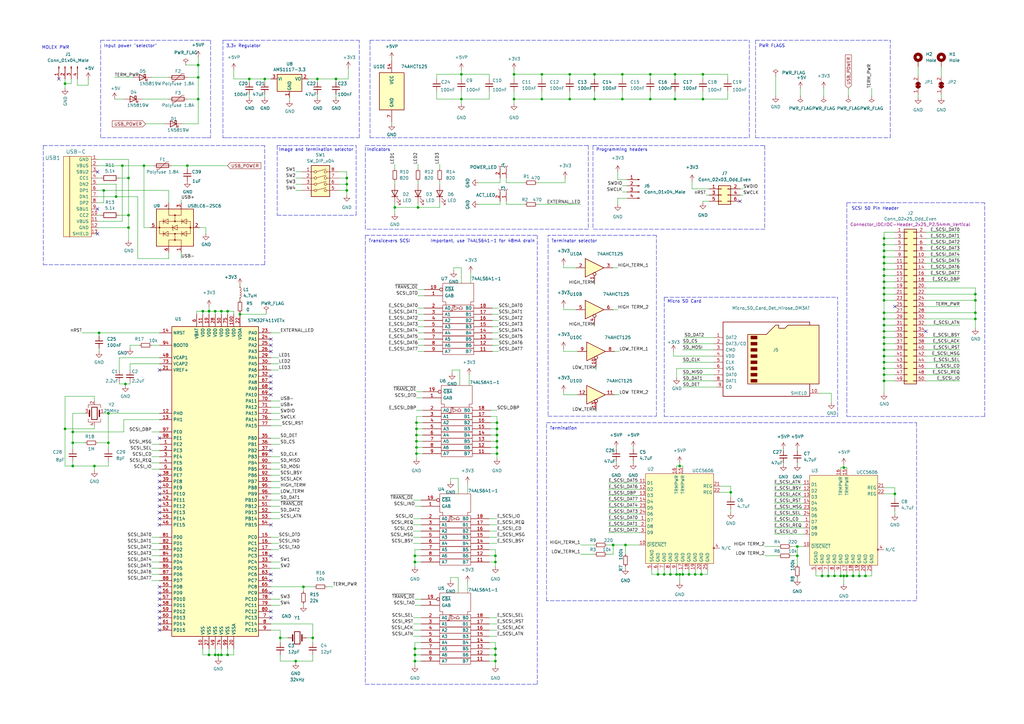
<source format=kicad_sch>
(kicad_sch (version 20211123) (generator eeschema)

  (uuid c4d97e29-4300-4520-9366-edbdee93f48a)

  (paper "A3")

  (title_block
    (title "BlackSASI")
    (date "2022-03-20")
    (rev "1.00")
    (company "SweProj.com")
  )

  

  (junction (at 243.84 40.64) (diameter 0) (color 0 0 0 0)
    (uuid 001f7033-df35-4373-8892-f5fe288a577b)
  )
  (junction (at 256.54 223.52) (diameter 0) (color 0 0 0 0)
    (uuid 00e1b5df-fa73-41ee-9f86-36bcd930675a)
  )
  (junction (at 170.18 271.145) (diameter 0) (color 0 0 0 0)
    (uuid 03e94c59-5042-4399-ab30-7231129af02e)
  )
  (junction (at 50.165 67.945) (diameter 0) (color 0 0 0 0)
    (uuid 187feb91-784a-4b10-9988-0312cb47e7cb)
  )
  (junction (at 40.64 136.525) (diameter 0) (color 0 0 0 0)
    (uuid 19e6b6fe-d437-445e-b92f-996aa4197b3f)
  )
  (junction (at 400.05 128.27) (diameter 0) (color 0 0 0 0)
    (uuid 1b5d7dc9-5cfd-464e-b180-00317aa95f69)
  )
  (junction (at 203.835 180.975) (diameter 0) (color 0 0 0 0)
    (uuid 1c4844f2-ca26-4b6a-acce-3d1920bb0e72)
  )
  (junction (at 362.585 100.33) (diameter 0) (color 0 0 0 0)
    (uuid 1c69dee1-ed36-4504-987d-9fd81232ae4b)
  )
  (junction (at 38.735 191.135) (diameter 0) (color 0 0 0 0)
    (uuid 20eba151-a9b0-47d5-b959-86ab23c14c41)
  )
  (junction (at 362.585 148.59) (diameter 0) (color 0 0 0 0)
    (uuid 2d0de9fb-d263-40a3-a4b8-534699f8dc00)
  )
  (junction (at 170.18 268.605) (diameter 0) (color 0 0 0 0)
    (uuid 2d969b0a-6800-41e3-9f8e-e411603c9b39)
  )
  (junction (at 278.765 235.585) (diameter 0) (color 0 0 0 0)
    (uuid 2da975d4-e343-4a15-b306-b792e8ef0bc5)
  )
  (junction (at 400.05 123.19) (diameter 0) (color 0 0 0 0)
    (uuid 2e56912e-16d0-4e5f-87ba-0f703dfaa920)
  )
  (junction (at 288.29 30.48) (diameter 0) (color 0 0 0 0)
    (uuid 2e5858a1-1c8b-439c-a8bf-7337dab74d4c)
  )
  (junction (at 83.185 127.635) (diameter 0) (color 0 0 0 0)
    (uuid 2f8e7466-929f-4db2-a6d9-9b9bcfa49a4b)
  )
  (junction (at 203.835 178.435) (diameter 0) (color 0 0 0 0)
    (uuid 308a1136-f747-4aba-95ac-176109f144ad)
  )
  (junction (at 362.585 135.89) (diameter 0) (color 0 0 0 0)
    (uuid 31545c31-1411-4502-a4bd-72118e527e5d)
  )
  (junction (at 26.67 34.29) (diameter 0) (color 0 0 0 0)
    (uuid 32c6b611-a1f1-4ef6-b715-dc84841a662e)
  )
  (junction (at 88.265 268.605) (diameter 0) (color 0 0 0 0)
    (uuid 3548ff4d-f8a5-4204-9fb0-d451a98bab1f)
  )
  (junction (at 362.585 133.35) (diameter 0) (color 0 0 0 0)
    (uuid 36e8430f-296c-401d-840d-d587ff561db5)
  )
  (junction (at 362.585 128.27) (diameter 0) (color 0 0 0 0)
    (uuid 38d9d508-28f7-4f62-a362-c4d1b141a768)
  )
  (junction (at 114.935 261.62) (diameter 0) (color 0 0 0 0)
    (uuid 3bf04610-7106-46c5-a128-70d07dd26e16)
  )
  (junction (at 362.585 151.13) (diameter 0) (color 0 0 0 0)
    (uuid 3e5d48f5-435e-42d1-ab23-e56f92a77133)
  )
  (junction (at 222.25 40.64) (diameter 0) (color 0 0 0 0)
    (uuid 40853290-56f0-4511-9992-f63a853aece2)
  )
  (junction (at 255.27 40.64) (diameter 0) (color 0 0 0 0)
    (uuid 409cba5a-1b66-4682-831c-d780a98ad593)
  )
  (junction (at 203.2 230.505) (diameter 0) (color 0 0 0 0)
    (uuid 42c167fb-869d-48dd-b05f-b577934378a4)
  )
  (junction (at 354.965 236.22) (diameter 0) (color 0 0 0 0)
    (uuid 44ff3cc5-6fd5-4ae2-b093-8209d0992af8)
  )
  (junction (at 362.585 143.51) (diameter 0) (color 0 0 0 0)
    (uuid 45708189-6cf6-4828-a1a1-fe879b822edb)
  )
  (junction (at 161.925 85.09) (diameter 0) (color 0 0 0 0)
    (uuid 477d7677-9d1e-4a5b-8190-a872bb7fdf4f)
  )
  (junction (at 342.265 236.22) (diameter 0) (color 0 0 0 0)
    (uuid 47ecdfbb-3190-4908-a143-6fd72a71136a)
  )
  (junction (at 233.68 30.48) (diameter 0) (color 0 0 0 0)
    (uuid 4fb208b4-38ed-4b49-b658-e5e79ff8124c)
  )
  (junction (at 170.815 183.515) (diameter 0) (color 0 0 0 0)
    (uuid 52ceff6b-623f-4549-b5ee-93e84cd99982)
  )
  (junction (at 278.765 191.135) (diameter 0) (color 0 0 0 0)
    (uuid 53570ddf-5ce6-4769-b8ec-534b730d8447)
  )
  (junction (at 347.345 236.22) (diameter 0) (color 0 0 0 0)
    (uuid 55c467d0-300f-4b0a-8508-ef948cd2b9ae)
  )
  (junction (at 362.585 123.19) (diameter 0) (color 0 0 0 0)
    (uuid 5639c275-fdd6-456c-b900-9ae20aa01a2c)
  )
  (junction (at 203.2 266.065) (diameter 0) (color 0 0 0 0)
    (uuid 566774ee-88e3-4a6f-8b35-70a904dbb055)
  )
  (junction (at 170.18 227.965) (diameter 0) (color 0 0 0 0)
    (uuid 5a1ac72e-c554-49ef-90cb-127e03620b7b)
  )
  (junction (at 44.45 169.545) (diameter 0) (color 0 0 0 0)
    (uuid 5d108873-1f71-4242-afd4-2ca74761375d)
  )
  (junction (at 52.705 73.025) (diameter 0) (color 0 0 0 0)
    (uuid 5dcae560-31e9-42b5-a382-de7f205c5e73)
  )
  (junction (at 243.84 30.48) (diameter 0) (color 0 0 0 0)
    (uuid 5ed6ec94-a7d8-4815-b83a-48b981f3fad4)
  )
  (junction (at 29.845 177.165) (diameter 0) (color 0 0 0 0)
    (uuid 6095e6c3-33af-45b7-8c60-a9823a4fc171)
  )
  (junction (at 130.175 32.385) (diameter 0) (color 0 0 0 0)
    (uuid 61f500ac-4797-4177-8b2e-a54a84120620)
  )
  (junction (at 44.45 181.61) (diameter 0) (color 0 0 0 0)
    (uuid 685c0694-c48c-409f-b9e1-da2e29cb1d94)
  )
  (junction (at 327.025 227.965) (diameter 0) (color 0 0 0 0)
    (uuid 6a5c5248-043e-40e2-9f4b-4e962e41e0dd)
  )
  (junction (at 52.705 93.345) (diameter 0) (color 0 0 0 0)
    (uuid 6affca1b-7214-425b-8e68-3f73d95908fc)
  )
  (junction (at 400.05 120.65) (diameter 0) (color 0 0 0 0)
    (uuid 6dc5c987-e66b-420e-8b13-a723c76a94b2)
  )
  (junction (at 85.725 127.635) (diameter 0) (color 0 0 0 0)
    (uuid 6dd42b34-ed05-4bd4-950a-05c7eefc567f)
  )
  (junction (at 362.585 146.05) (diameter 0) (color 0 0 0 0)
    (uuid 720717f4-339a-4150-b330-09fd40bb07fc)
  )
  (junction (at 108.585 32.385) (diameter 0) (color 0 0 0 0)
    (uuid 7257f7a3-8ece-4e27-a43c-b850f979b198)
  )
  (junction (at 255.27 30.48) (diameter 0) (color 0 0 0 0)
    (uuid 7300131c-ba3e-45bb-9aee-7ea5e6e38c74)
  )
  (junction (at 327.025 224.155) (diameter 0) (color 0 0 0 0)
    (uuid 76541732-d722-4f3b-8d25-a0fc2c05203f)
  )
  (junction (at 362.585 113.03) (diameter 0) (color 0 0 0 0)
    (uuid 76a8edde-eadd-410b-aeb4-7991cba5a237)
  )
  (junction (at 299.72 201.93) (diameter 0) (color 0 0 0 0)
    (uuid 76fa555d-328d-459a-a37a-951d50f91cdb)
  )
  (junction (at 346.075 191.77) (diameter 0) (color 0 0 0 0)
    (uuid 77807873-8299-4424-afd6-5ef0b37cb335)
  )
  (junction (at 203.835 175.895) (diameter 0) (color 0 0 0 0)
    (uuid 7796c738-9ffd-4552-b67d-92c4affa2dde)
  )
  (junction (at 189.23 40.64) (diameter 0) (color 0 0 0 0)
    (uuid 783bf3c5-f812-4647-bd92-bb58af54ab52)
  )
  (junction (at 203.2 271.145) (diameter 0) (color 0 0 0 0)
    (uuid 79f66b80-628c-4a8e-8d7c-a923b866cdc7)
  )
  (junction (at 203.835 186.055) (diameter 0) (color 0 0 0 0)
    (uuid 7a42237b-a99f-460e-b663-9f6b4afedf90)
  )
  (junction (at 88.265 127.635) (diameter 0) (color 0 0 0 0)
    (uuid 7cc0e3fe-7a5e-497a-80ea-fcb86e6d12e2)
  )
  (junction (at 269.875 235.585) (diameter 0) (color 0 0 0 0)
    (uuid 80747ba7-af56-4bf3-be02-816ec45776f7)
  )
  (junction (at 189.23 30.48) (diameter 0) (color 0 0 0 0)
    (uuid 81fa19ab-01af-43e7-9ba0-2b5dc6cc058b)
  )
  (junction (at 274.955 235.585) (diameter 0) (color 0 0 0 0)
    (uuid 82989534-95a7-4706-b132-1e04606a8d8d)
  )
  (junction (at 362.585 115.57) (diameter 0) (color 0 0 0 0)
    (uuid 82b4abd0-6051-4ea0-a591-f949e19388d1)
  )
  (junction (at 85.725 268.605) (diameter 0) (color 0 0 0 0)
    (uuid 872d8c1c-5eba-4462-81a9-1d7a34a9eabe)
  )
  (junction (at 282.575 235.585) (diameter 0) (color 0 0 0 0)
    (uuid 883c6da6-7640-4314-ac13-5d9d3f25a282)
  )
  (junction (at 362.585 138.43) (diameter 0) (color 0 0 0 0)
    (uuid 886cdf94-08ba-4e1f-8da0-d95b9f653a8b)
  )
  (junction (at 362.585 140.97) (diameter 0) (color 0 0 0 0)
    (uuid 8987f8b8-e9a9-4cde-8fe5-e3fab146b2a6)
  )
  (junction (at 203.2 227.965) (diameter 0) (color 0 0 0 0)
    (uuid 8f399f50-80e4-4de8-a083-f04a1de7a253)
  )
  (junction (at 362.585 156.21) (diameter 0) (color 0 0 0 0)
    (uuid 8fc84969-be80-474c-a0d4-707c4c0cc724)
  )
  (junction (at 170.815 178.435) (diameter 0) (color 0 0 0 0)
    (uuid 93140cc1-f8ed-44ae-80ac-85241b3056df)
  )
  (junction (at 203.835 173.355) (diameter 0) (color 0 0 0 0)
    (uuid 9320d367-a283-4bce-8ba2-4391ad23aee7)
  )
  (junction (at 90.805 127.635) (diameter 0) (color 0 0 0 0)
    (uuid 949a8cd3-b170-41cd-9cc9-981f7a74a1d7)
  )
  (junction (at 367.03 202.565) (diameter 0) (color 0 0 0 0)
    (uuid 95a65168-9b0e-449f-b805-e3f225b938f0)
  )
  (junction (at 170.815 180.975) (diameter 0) (color 0 0 0 0)
    (uuid 9827434f-26a1-4aae-b779-e35915e6cb26)
  )
  (junction (at 124.46 240.665) (diameter 0) (color 0 0 0 0)
    (uuid 9832eb3e-8666-42b0-969a-0e76174e1989)
  )
  (junction (at 251.46 223.52) (diameter 0) (color 0 0 0 0)
    (uuid 98384c9f-d77c-4eb3-a7cf-f76e356a62d1)
  )
  (junction (at 277.495 235.585) (diameter 0) (color 0 0 0 0)
    (uuid 9ae2b1c7-d458-4066-b406-094eaf23b2ba)
  )
  (junction (at 362.585 105.41) (diameter 0) (color 0 0 0 0)
    (uuid 9f9bd548-777a-406d-8c65-9efee286b26c)
  )
  (junction (at 362.585 118.11) (diameter 0) (color 0 0 0 0)
    (uuid a0975632-1b21-4b38-81f8-f1f2680f6fed)
  )
  (junction (at 89.535 268.605) (diameter 0) (color 0 0 0 0)
    (uuid a8d71f45-0110-4b7a-b05e-0e16aadcabe6)
  )
  (junction (at 171.45 85.09) (diameter 0) (color 0 0 0 0)
    (uuid abe8d828-e71c-46db-8605-768c57f8434f)
  )
  (junction (at 170.815 175.895) (diameter 0) (color 0 0 0 0)
    (uuid af5a5ea0-12bc-45c6-964a-cd8d4200a9ca)
  )
  (junction (at 52.705 88.265) (diameter 0) (color 0 0 0 0)
    (uuid af68c406-ceec-4ea4-812b-5cfaaffe59c6)
  )
  (junction (at 222.25 30.48) (diameter 0) (color 0 0 0 0)
    (uuid b2521a1c-58d0-42a0-be5f-34984a560bd8)
  )
  (junction (at 400.05 130.81) (diameter 0) (color 0 0 0 0)
    (uuid b278c6f4-5009-48d4-af08-74b28d07711f)
  )
  (junction (at 346.075 236.22) (diameter 0) (color 0 0 0 0)
    (uuid b46b45e2-2ffd-479d-833b-0014719ddddb)
  )
  (junction (at 98.425 128.905) (diameter 0) (color 0 0 0 0)
    (uuid b470a752-9dc2-4e2c-9892-c498aa40f59a)
  )
  (junction (at 42.545 78.105) (diameter 0) (color 0 0 0 0)
    (uuid b5921d30-5395-47c8-b627-9dfb0b5627e3)
  )
  (junction (at 362.585 153.67) (diameter 0) (color 0 0 0 0)
    (uuid b74e1229-693d-4376-98c6-46772cb16ac8)
  )
  (junction (at 362.585 110.49) (diameter 0) (color 0 0 0 0)
    (uuid b7d6fe90-98b9-4699-8c47-5d01b930d65a)
  )
  (junction (at 362.585 107.95) (diameter 0) (color 0 0 0 0)
    (uuid b7eb0e3a-bbfc-4294-8595-dde8ca6c0ca7)
  )
  (junction (at 344.805 236.22) (diameter 0) (color 0 0 0 0)
    (uuid b8ba7538-0161-4a13-9463-3fb7fd930071)
  )
  (junction (at 210.82 30.48) (diameter 0) (color 0 0 0 0)
    (uuid b928da43-5e3b-4e65-815c-70d433e56206)
  )
  (junction (at 170.18 230.505) (diameter 0) (color 0 0 0 0)
    (uuid bafaf2e8-96b9-41c0-bed7-5111cec0d59f)
  )
  (junction (at 142.24 75.565) (diameter 0) (color 0 0 0 0)
    (uuid bbb96b4d-2a93-4d46-8ecc-3ac6ccbd5148)
  )
  (junction (at 137.795 32.385) (diameter 0) (color 0 0 0 0)
    (uuid bc3c9b71-1bb4-4105-bfd1-8a24188957d5)
  )
  (junction (at 276.86 30.48) (diameter 0) (color 0 0 0 0)
    (uuid be02b28d-7f7d-4178-8ba2-ba5bdc81e5dc)
  )
  (junction (at 233.68 40.64) (diameter 0) (color 0 0 0 0)
    (uuid be3b6551-80db-4baf-9fa3-8b231e1eef52)
  )
  (junction (at 90.805 268.605) (diameter 0) (color 0 0 0 0)
    (uuid bf2be611-c3fa-4e3b-ad38-8a93bdc82023)
  )
  (junction (at 170.815 173.355) (diameter 0) (color 0 0 0 0)
    (uuid c2755ea2-6ca6-485a-bcfc-f0e3f079e5f7)
  )
  (junction (at 362.585 130.81) (diameter 0) (color 0 0 0 0)
    (uuid c2d7b71c-39f0-4beb-9225-8f0b5672e878)
  )
  (junction (at 81.28 40.64) (diameter 0) (color 0 0 0 0)
    (uuid c5282137-515e-4266-84de-39add2ddec0e)
  )
  (junction (at 362.585 102.87) (diameter 0) (color 0 0 0 0)
    (uuid c5390552-39ea-4a79-8d9a-cd6028d15183)
  )
  (junction (at 29.845 191.135) (diameter 0) (color 0 0 0 0)
    (uuid c6468651-dd30-4e9f-8cfe-44958b9b778c)
  )
  (junction (at 349.885 236.22) (diameter 0) (color 0 0 0 0)
    (uuid c74adcf2-e6d8-4d58-9270-da508bcce569)
  )
  (junction (at 272.415 235.585) (diameter 0) (color 0 0 0 0)
    (uuid d137c24a-659b-47e6-afb0-939c3e934de4)
  )
  (junction (at 170.815 186.055) (diameter 0) (color 0 0 0 0)
    (uuid d50f0759-e6e2-4af9-ae68-718305af4c72)
  )
  (junction (at 362.585 120.65) (diameter 0) (color 0 0 0 0)
    (uuid d5a92d89-aa92-4096-a176-707b299f359c)
  )
  (junction (at 26.67 175.895) (diameter 0) (color 0 0 0 0)
    (uuid d6371195-a98c-4851-98f2-131ee8feffde)
  )
  (junction (at 210.82 40.64) (diameter 0) (color 0 0 0 0)
    (uuid da6316c0-e699-4e23-b0e4-b1d5eba3a4e2)
  )
  (junction (at 203.835 183.515) (diameter 0) (color 0 0 0 0)
    (uuid db8bec98-e454-459b-bf3b-aa9c2b706999)
  )
  (junction (at 339.725 236.22) (diameter 0) (color 0 0 0 0)
    (uuid dc2ca78e-43c1-4511-9ca9-52382244f319)
  )
  (junction (at 352.425 236.22) (diameter 0) (color 0 0 0 0)
    (uuid dc7f3e1f-74f6-42fd-9aae-31b76536bf41)
  )
  (junction (at 337.185 236.22) (diameter 0) (color 0 0 0 0)
    (uuid dd1a0c60-7f5f-4f67-a445-52f3400aee38)
  )
  (junction (at 47.625 80.645) (diameter 0) (color 0 0 0 0)
    (uuid ddce59da-a6c2-42cd-95c6-6052c7a421dc)
  )
  (junction (at 29.845 181.61) (diameter 0) (color 0 0 0 0)
    (uuid de60ff0e-71ab-4d6b-a0b2-5e0037edff59)
  )
  (junction (at 102.235 32.385) (diameter 0) (color 0 0 0 0)
    (uuid de74d78d-f7bb-4720-9397-f8948e2f5bd7)
  )
  (junction (at 276.86 40.64) (diameter 0) (color 0 0 0 0)
    (uuid dfc49f43-995a-407e-a46d-fbec24f61e8d)
  )
  (junction (at 76.835 67.945) (diameter 0) (color 0 0 0 0)
    (uuid e07d866e-06c2-4e8b-8de1-f7d61b91b336)
  )
  (junction (at 51.435 157.48) (diameter 0) (color 0 0 0 0)
    (uuid e18270aa-8d4b-43f6-8f7f-0ea1ffdcd0ac)
  )
  (junction (at 59.055 67.945) (diameter 0) (color 0 0 0 0)
    (uuid e5e87b25-f171-4256-9eb7-c35f51c8b665)
  )
  (junction (at 121.285 271.145) (diameter 0) (color 0 0 0 0)
    (uuid e759a7fe-da07-4c9a-ab45-c05b98f6bd19)
  )
  (junction (at 288.29 40.64) (diameter 0) (color 0 0 0 0)
    (uuid e8ba5849-749d-4e0a-968c-fd80f9b36113)
  )
  (junction (at 142.24 73.025) (diameter 0) (color 0 0 0 0)
    (uuid ebaf0258-8844-46c1-b9fa-e2bdc09ba718)
  )
  (junction (at 142.24 78.105) (diameter 0) (color 0 0 0 0)
    (uuid ee7ac5bf-e3f9-438b-a11e-7e33a9325406)
  )
  (junction (at 81.28 26.67) (diameter 0) (color 0 0 0 0)
    (uuid f0660155-3837-4c65-ae15-6eb7a56dae44)
  )
  (junction (at 93.345 268.605) (diameter 0) (color 0 0 0 0)
    (uuid f507d3d0-7b83-4dcf-bbd6-1eafa1641982)
  )
  (junction (at 93.345 127.635) (diameter 0) (color 0 0 0 0)
    (uuid f70e3f3f-dfc5-4fa0-b7dc-90a4bee7b70d)
  )
  (junction (at 266.7 40.64) (diameter 0) (color 0 0 0 0)
    (uuid f76c8050-2707-476f-b36e-6a0cd6119e1c)
  )
  (junction (at 266.7 30.48) (diameter 0) (color 0 0 0 0)
    (uuid f7fa3149-429f-4628-a90d-d54d4e1cdd50)
  )
  (junction (at 170.18 266.065) (diameter 0) (color 0 0 0 0)
    (uuid f856a9ed-06f6-406c-a051-6a6dc5fd3706)
  )
  (junction (at 362.585 97.79) (diameter 0) (color 0 0 0 0)
    (uuid f94d7499-7294-47e8-9a6e-afebf2e0d1a1)
  )
  (junction (at 81.28 31.75) (diameter 0) (color 0 0 0 0)
    (uuid fb348661-8622-4f74-b5c5-e07db16a2735)
  )
  (junction (at 287.655 235.585) (diameter 0) (color 0 0 0 0)
    (uuid fc8d5d90-a72d-4cf6-9b25-dc3096aefc32)
  )
  (junction (at 280.035 235.585) (diameter 0) (color 0 0 0 0)
    (uuid fcee0107-d1b5-4cef-805c-cbbeb367fedd)
  )
  (junction (at 128.27 261.62) (diameter 0) (color 0 0 0 0)
    (uuid fd50ec7e-592f-4ebf-96df-67edd5fc448b)
  )
  (junction (at 203.2 268.605) (diameter 0) (color 0 0 0 0)
    (uuid fd8619d7-bc15-47ac-aa39-1afd18fa21d9)
  )
  (junction (at 285.115 235.585) (diameter 0) (color 0 0 0 0)
    (uuid fe40b140-71be-4894-a6e3-2e3333f7a818)
  )

  (no_connect (at 111.125 253.365) (uuid 08a02abf-06df-42af-aa34-ba13d2dea005))
  (no_connect (at 111.125 238.125) (uuid 0a43c551-dbfe-43ff-a241-076a8ca91cef))
  (no_connect (at 111.125 227.965) (uuid 0a62cbae-1c9f-48cd-8d93-d9df88b13243))
  (no_connect (at 65.405 253.365) (uuid 0e546bcc-9681-4691-9c72-4496bc622d67))
  (no_connect (at 303.53 82.55) (uuid 0ff232e9-6aba-4c6d-a5f6-0b3d26257d35))
  (no_connect (at 111.125 139.065) (uuid 16865b94-78db-4460-9c8c-9d16fa36decd))
  (no_connect (at 65.405 151.765) (uuid 1dc37920-78ce-42dc-b8b2-d3c90b811d84))
  (no_connect (at 111.125 144.145) (uuid 2189eed5-6bcc-4af3-a1dd-77ff92e6e29e))
  (no_connect (at 65.405 205.105) (uuid 2bfc3999-ae73-47fc-aff0-72f4d50d19e8))
  (no_connect (at 65.405 255.905) (uuid 422ce139-0e0e-40b1-b064-2ca2d20ff386))
  (no_connect (at 65.405 250.825) (uuid 5e102930-72dd-435b-a54c-86fb25971139))
  (no_connect (at 111.125 215.265) (uuid 62fa40df-6d7a-4e42-865c-d096f7c82f70))
  (no_connect (at 65.405 194.945) (uuid 6d5f86fa-3f67-4c51-9cb1-d497c3f206cb))
  (no_connect (at 111.125 250.825) (uuid 6d9f6563-b395-49b4-90ea-ded5f84aeba3))
  (no_connect (at 65.405 215.265) (uuid 6e3a2635-1003-4575-bf5e-8caf80c668c0))
  (no_connect (at 111.125 141.605) (uuid 7359f9d0-71f4-4bd6-bb0e-448f0632ca06))
  (no_connect (at 40.005 70.485) (uuid 79ef4bc5-551e-4449-8656-30000c51237b))
  (no_connect (at 111.125 235.585) (uuid 7dbb3959-ac86-4aa8-b7c5-c52b9d14f614))
  (no_connect (at 379.73 135.89) (uuid 8587fdad-ef15-4da2-87f0-0ca0c2a896d7))
  (no_connect (at 65.405 200.025) (uuid 86f8149d-10e3-4723-98b8-5f7829f6b611))
  (no_connect (at 65.405 197.485) (uuid 987647d8-d104-4d42-a0af-8c44a350066c))
  (no_connect (at 65.405 245.745) (uuid 992557e4-e8ca-4faf-89e3-c4933f7e724b))
  (no_connect (at 111.125 154.305) (uuid 9ad67a99-e48b-4796-a89a-538f525ae647))
  (no_connect (at 65.405 243.205) (uuid 9ce49419-e81b-4a32-b834-cf7946d715b0))
  (no_connect (at 111.125 184.785) (uuid a32010b5-ad76-441e-91c4-e41e9f21be41))
  (no_connect (at 65.405 248.285) (uuid ac8c8244-b4ca-45d6-96c4-38d707f1b6fc))
  (no_connect (at 111.125 159.385) (uuid b2c1399b-afc9-4226-975a-d8ebf5e268a3))
  (no_connect (at 65.405 258.445) (uuid b35e5c7e-3a34-4064-bf81-a931bdbda3ad))
  (no_connect (at 65.405 240.665) (uuid b5ac0698-46e2-4ffb-be1a-f90484253072))
  (no_connect (at 111.125 161.925) (uuid bedd5cce-9524-40aa-b156-aa5a5a468593))
  (no_connect (at 40.005 95.885) (uuid bfdc7b86-ec99-40af-b64f-9e678ee1ad49))
  (no_connect (at 65.405 202.565) (uuid cd81ab56-7d10-484d-ab07-8a09229721ab))
  (no_connect (at 40.005 85.725) (uuid d1f49220-ee68-4d6c-8e05-d5dcdde26e38))
  (no_connect (at 65.405 207.645) (uuid d9c5c2a6-a368-4964-9f44-eee473480b9f))
  (no_connect (at 367.03 125.73) (uuid da8ee858-3d50-4ee8-899b-82c917ea595a))
  (no_connect (at 111.125 243.205) (uuid df1134fa-0aa3-4fac-b9f2-0ba10742eb6f))
  (no_connect (at 111.125 156.845) (uuid dfbed67f-c313-4cd4-a732-63f6aa9bbfff))
  (no_connect (at 65.405 210.185) (uuid e0ddde18-63e4-4b29-b598-2031eabae133))
  (no_connect (at 65.405 212.725) (uuid ebb117fc-7e72-48fb-bc46-e141a27228fa))
  (no_connect (at 24.13 32.385) (uuid ec9fb9d6-f906-48e6-887e-78edb3140908))
  (no_connect (at 65.405 179.705) (uuid f356a60e-7a8d-4e45-a402-0850260ff0ee))

  (wire (pts (xy 179.07 30.48) (xy 179.07 32.385))
    (stroke (width 0) (type default) (color 0 0 0 0))
    (uuid 00e2af4c-6709-4814-9145-95f68d8adb52)
  )
  (wire (pts (xy 362.585 105.41) (xy 367.03 105.41))
    (stroke (width 0) (type default) (color 0 0 0 0))
    (uuid 017653c0-bf30-4619-99dc-ad384eeb6a59)
  )
  (wire (pts (xy 233.68 30.48) (xy 233.68 32.385))
    (stroke (width 0) (type default) (color 0 0 0 0))
    (uuid 018e76a5-2210-4e35-823f-18adc23432df)
  )
  (wire (pts (xy 267.335 233.68) (xy 267.335 235.585))
    (stroke (width 0) (type default) (color 0 0 0 0))
    (uuid 01f7c357-ae1d-491b-9879-e29c71a3436f)
  )
  (wire (pts (xy 362.585 146.05) (xy 362.585 148.59))
    (stroke (width 0) (type default) (color 0 0 0 0))
    (uuid 02372aac-f316-4ef1-9197-7eea48c6d465)
  )
  (wire (pts (xy 111.125 220.345) (xy 114.3 220.345))
    (stroke (width 0) (type default) (color 0 0 0 0))
    (uuid 02ceac0d-3e9e-416e-a05c-6cdef38dfa23)
  )
  (polyline (pts (xy 224.155 246.38) (xy 224.155 173.355))
    (stroke (width 0) (type default) (color 0 0 0 0))
    (uuid 02d24662-781b-4552-b6fa-f43b24b94702)
  )

  (wire (pts (xy 362.585 102.87) (xy 362.585 105.41))
    (stroke (width 0) (type default) (color 0 0 0 0))
    (uuid 03a6e710-e978-4cd1-8bad-d74c0acbe0ba)
  )
  (wire (pts (xy 53.34 142.875) (xy 53.34 141.605))
    (stroke (width 0) (type default) (color 0 0 0 0))
    (uuid 03d3d650-4f6a-4100-be49-7b3e4ecd19d6)
  )
  (wire (pts (xy 89.535 268.605) (xy 90.805 268.605))
    (stroke (width 0) (type default) (color 0 0 0 0))
    (uuid 04030806-f1e1-4149-ad4f-95873c6a667e)
  )
  (wire (pts (xy 362.585 146.05) (xy 367.03 146.05))
    (stroke (width 0) (type default) (color 0 0 0 0))
    (uuid 0415dd77-d192-4b0c-acf7-68821ac4a3ef)
  )
  (wire (pts (xy 44.45 189.23) (xy 44.45 191.135))
    (stroke (width 0) (type default) (color 0 0 0 0))
    (uuid 04dab952-2201-457e-8937-b2ce027e0d16)
  )
  (wire (pts (xy 249.555 215.9) (xy 262.255 215.9))
    (stroke (width 0) (type default) (color 0 0 0 0))
    (uuid 04f3d18e-1693-4d01-a603-2f91c3f117ae)
  )
  (polyline (pts (xy 17.78 59.69) (xy 17.78 108.585))
    (stroke (width 0) (type default) (color 0 0 0 0))
    (uuid 05bbac58-7c7c-4730-b685-2c654788eea4)
  )

  (wire (pts (xy 128.27 271.145) (xy 128.27 268.605))
    (stroke (width 0) (type default) (color 0 0 0 0))
    (uuid 06082504-9577-44b1-9135-4a14f417ed63)
  )
  (wire (pts (xy 203.835 170.815) (xy 203.835 173.355))
    (stroke (width 0) (type default) (color 0 0 0 0))
    (uuid 062e487c-34fd-427d-b762-3e27013564dd)
  )
  (wire (pts (xy 249.555 198.12) (xy 262.255 198.12))
    (stroke (width 0) (type default) (color 0 0 0 0))
    (uuid 0643e8bb-397e-4cf2-9760-e466f8ed5e6f)
  )
  (wire (pts (xy 46.99 40.64) (xy 50.8 40.64))
    (stroke (width 0) (type default) (color 0 0 0 0))
    (uuid 080cf07c-3ae2-4839-88ac-7180e2d29ed4)
  )
  (polyline (pts (xy 86.36 16.51) (xy 86.36 56.515))
    (stroke (width 0) (type default) (color 0 0 0 0))
    (uuid 085afd9a-ec75-457b-be29-980c9da43d8d)
  )

  (wire (pts (xy 318.135 31.115) (xy 318.135 39.37))
    (stroke (width 0) (type default) (color 0 0 0 0))
    (uuid 087b6ac2-2316-4621-a1ff-69f14332fc4f)
  )
  (wire (pts (xy 52.705 65.405) (xy 52.705 73.025))
    (stroke (width 0) (type default) (color 0 0 0 0))
    (uuid 08a7d256-20bb-4f6a-97ee-f64eb7fa4677)
  )
  (wire (pts (xy 111.125 248.285) (xy 114.935 248.285))
    (stroke (width 0) (type default) (color 0 0 0 0))
    (uuid 09072105-8913-48c7-9adc-3996bfa91f69)
  )
  (wire (pts (xy 170.18 230.505) (xy 172.72 230.505))
    (stroke (width 0) (type default) (color 0 0 0 0))
    (uuid 092456b3-1805-430f-aedd-ea98e5a49285)
  )
  (wire (pts (xy 367.03 202.565) (xy 367.03 204.47))
    (stroke (width 0) (type default) (color 0 0 0 0))
    (uuid 093c1953-e17e-472e-b31d-18568b33569c)
  )
  (wire (pts (xy 65.405 225.425) (xy 62.23 225.425))
    (stroke (width 0) (type default) (color 0 0 0 0))
    (uuid 094da4f3-b6e5-41c9-a7d2-9270796c3003)
  )
  (wire (pts (xy 65.405 177.165) (xy 62.23 177.165))
    (stroke (width 0) (type default) (color 0 0 0 0))
    (uuid 098288de-513d-4718-875d-b2a2cd0fc903)
  )
  (wire (pts (xy 203.835 186.055) (xy 203.835 187.96))
    (stroke (width 0) (type default) (color 0 0 0 0))
    (uuid 09df4ef8-a32a-4aa5-bdb3-07858551254a)
  )
  (wire (pts (xy 244.475 168.275) (xy 244.475 168.91))
    (stroke (width 0) (type default) (color 0 0 0 0))
    (uuid 0a1ec4c8-d18d-4593-8c74-6f3423cf5a6d)
  )
  (wire (pts (xy 201.93 128.905) (xy 204.47 128.905))
    (stroke (width 0) (type default) (color 0 0 0 0))
    (uuid 0b161b11-5ceb-446f-91dc-36e19587dbcd)
  )
  (wire (pts (xy 170.18 207.645) (xy 172.72 207.645))
    (stroke (width 0) (type default) (color 0 0 0 0))
    (uuid 0ba08930-b3e6-429d-bfd6-fb77c9139c12)
  )
  (wire (pts (xy 111.125 194.945) (xy 114.935 194.945))
    (stroke (width 0) (type default) (color 0 0 0 0))
    (uuid 0bec1e8e-0e2c-4974-9ead-912fcf9fac98)
  )
  (wire (pts (xy 170.815 180.975) (xy 170.815 183.515))
    (stroke (width 0) (type default) (color 0 0 0 0))
    (uuid 0c2efa81-b310-4c00-b7fe-f9d5d8ff8059)
  )
  (wire (pts (xy 321.31 189.865) (xy 321.31 190.5))
    (stroke (width 0) (type default) (color 0 0 0 0))
    (uuid 0c49916e-5aab-4342-94ce-563438e7f35a)
  )
  (wire (pts (xy 362.585 95.25) (xy 367.03 95.25))
    (stroke (width 0) (type default) (color 0 0 0 0))
    (uuid 0d124c86-01ee-47c9-aa2b-f7b4d9ee87bc)
  )
  (wire (pts (xy 89.535 268.605) (xy 89.535 269.875))
    (stroke (width 0) (type default) (color 0 0 0 0))
    (uuid 0d2918f7-5efd-422b-9f71-cd33d4d1b4c4)
  )
  (wire (pts (xy 249.555 208.28) (xy 262.255 208.28))
    (stroke (width 0) (type default) (color 0 0 0 0))
    (uuid 0d5bb5d6-1333-4364-bb68-1db757da8683)
  )
  (polyline (pts (xy 108.585 108.585) (xy 108.585 59.69))
    (stroke (width 0) (type default) (color 0 0 0 0))
    (uuid 0e2c484b-f9f6-4445-a03d-80c2d8da4809)
  )

  (wire (pts (xy 344.805 236.22) (xy 346.075 236.22))
    (stroke (width 0) (type default) (color 0 0 0 0))
    (uuid 0ee74577-6ea5-4912-b4fa-40148e4d16c7)
  )
  (wire (pts (xy 56.515 106.045) (xy 69.215 106.045))
    (stroke (width 0) (type default) (color 0 0 0 0))
    (uuid 0f1d5ce3-51f7-4e6b-8863-03ed536b5833)
  )
  (wire (pts (xy 379.73 151.13) (xy 393.7 151.13))
    (stroke (width 0) (type default) (color 0 0 0 0))
    (uuid 0f726bd6-60c5-40ae-afa3-84d5e8133630)
  )
  (wire (pts (xy 111.125 172.085) (xy 114.935 172.085))
    (stroke (width 0) (type default) (color 0 0 0 0))
    (uuid 0fbae64c-5d5c-4a99-869f-fcf9ce2e489b)
  )
  (wire (pts (xy 201.295 180.975) (xy 203.835 180.975))
    (stroke (width 0) (type default) (color 0 0 0 0))
    (uuid 0fbd26ff-7cd5-4487-b2fe-d4fbfe7446f1)
  )
  (wire (pts (xy 42.545 78.105) (xy 69.215 78.105))
    (stroke (width 0) (type default) (color 0 0 0 0))
    (uuid 10be7ad7-7fc9-4142-8a8e-4c767c1a5bb0)
  )
  (wire (pts (xy 189.23 32.385) (xy 189.23 30.48))
    (stroke (width 0) (type default) (color 0 0 0 0))
    (uuid 10f303e1-c21a-4798-83a3-96e152e6d26f)
  )
  (polyline (pts (xy 224.79 96.52) (xy 224.79 97.155))
    (stroke (width 0) (type default) (color 0 0 0 0))
    (uuid 1129abe7-8de3-41ce-981e-0bd8f0f0e69c)
  )

  (wire (pts (xy 207.645 73.025) (xy 207.645 74.93))
    (stroke (width 0) (type default) (color 0 0 0 0))
    (uuid 11667a9d-7359-4a68-8d27-e205b6e96d25)
  )
  (wire (pts (xy 327.025 236.855) (xy 327.025 237.49))
    (stroke (width 0) (type default) (color 0 0 0 0))
    (uuid 11eea4aa-ae56-422f-9067-7bcb973139ac)
  )
  (wire (pts (xy 200.66 263.525) (xy 203.2 263.525))
    (stroke (width 0) (type default) (color 0 0 0 0))
    (uuid 1282241b-7d3b-4a5d-ba21-4c86fecdbb49)
  )
  (wire (pts (xy 121.285 73.025) (xy 123.825 73.025))
    (stroke (width 0) (type default) (color 0 0 0 0))
    (uuid 13668d11-336b-4a12-8922-1936503865eb)
  )
  (wire (pts (xy 74.93 50.8) (xy 81.28 50.8))
    (stroke (width 0) (type default) (color 0 0 0 0))
    (uuid 13e081a2-551a-4b47-88e2-a2ec1ce3609a)
  )
  (wire (pts (xy 44.45 169.545) (xy 65.405 169.545))
    (stroke (width 0) (type default) (color 0 0 0 0))
    (uuid 13ef08a4-86c8-4018-9974-795594dfac8b)
  )
  (polyline (pts (xy 91.44 16.51) (xy 93.345 16.51))
    (stroke (width 0) (type default) (color 0 0 0 0))
    (uuid 14024c61-79e8-40dc-9057-37cc4ebba99b)
  )

  (wire (pts (xy 48.895 73.025) (xy 52.705 73.025))
    (stroke (width 0) (type default) (color 0 0 0 0))
    (uuid 148445d0-3d4d-4c4c-9398-bac7f2dbe40c)
  )
  (wire (pts (xy 42.545 169.545) (xy 44.45 169.545))
    (stroke (width 0) (type default) (color 0 0 0 0))
    (uuid 14d7bc38-eb2b-4a70-a925-e9cf44ff15e4)
  )
  (wire (pts (xy 29.845 181.61) (xy 34.925 181.61))
    (stroke (width 0) (type default) (color 0 0 0 0))
    (uuid 1501a31e-d351-40fc-9455-4b6209c268b3)
  )
  (wire (pts (xy 142.875 27.94) (xy 142.875 32.385))
    (stroke (width 0) (type default) (color 0 0 0 0))
    (uuid 15230a8d-f709-487e-a2d1-99716d454023)
  )
  (wire (pts (xy 362.585 118.11) (xy 362.585 120.65))
    (stroke (width 0) (type default) (color 0 0 0 0))
    (uuid 15e36333-29ed-4ab8-9be6-d3696d64f774)
  )
  (wire (pts (xy 200.66 255.905) (xy 203.835 255.905))
    (stroke (width 0) (type default) (color 0 0 0 0))
    (uuid 15e3bd5e-9f0a-42c6-9ee2-77dfb80b1628)
  )
  (wire (pts (xy 252.73 189.23) (xy 252.73 189.865))
    (stroke (width 0) (type default) (color 0 0 0 0))
    (uuid 15ea1587-e8cf-43b5-8d6f-e6992315b0cc)
  )
  (wire (pts (xy 48.895 88.265) (xy 52.705 88.265))
    (stroke (width 0) (type default) (color 0 0 0 0))
    (uuid 171bb268-4041-49aa-bb13-a6501a870eb0)
  )
  (polyline (pts (xy 17.78 108.585) (xy 108.585 108.585))
    (stroke (width 0) (type default) (color 0 0 0 0))
    (uuid 173a115b-4a32-4278-8ffe-79adea288bb3)
  )

  (wire (pts (xy 357.505 236.22) (xy 357.505 234.315))
    (stroke (width 0) (type default) (color 0 0 0 0))
    (uuid 173e372b-cdd5-43be-bad9-aedf8329ec07)
  )
  (wire (pts (xy 76.835 31.75) (xy 81.28 31.75))
    (stroke (width 0) (type default) (color 0 0 0 0))
    (uuid 179bafd4-9c60-41c5-8568-4bc61bce67e1)
  )
  (wire (pts (xy 50.8 172.085) (xy 50.8 177.165))
    (stroke (width 0) (type default) (color 0 0 0 0))
    (uuid 17cb3599-ffc9-4e81-8e64-aec1508999a5)
  )
  (polyline (pts (xy 313.69 59.69) (xy 313.69 93.98))
    (stroke (width 0) (type default) (color 0 0 0 0))
    (uuid 183d5d17-bbaa-41e8-a274-9433bf32a63c)
  )

  (wire (pts (xy 26.67 32.385) (xy 26.67 34.29))
    (stroke (width 0) (type default) (color 0 0 0 0))
    (uuid 1853557f-d870-4f73-bc70-e89fb0093629)
  )
  (wire (pts (xy 26.67 175.895) (xy 26.67 191.135))
    (stroke (width 0) (type default) (color 0 0 0 0))
    (uuid 1891a343-2c95-4c2a-b897-4ca130a4d929)
  )
  (wire (pts (xy 379.73 110.49) (xy 393.7 110.49))
    (stroke (width 0) (type default) (color 0 0 0 0))
    (uuid 1950b271-98e0-447a-b2e3-7b8ca89d2b4d)
  )
  (wire (pts (xy 201.93 136.525) (xy 204.47 136.525))
    (stroke (width 0) (type default) (color 0 0 0 0))
    (uuid 19885406-9410-44eb-8604-e128cc55bd5b)
  )
  (wire (pts (xy 335.915 161.29) (xy 340.995 161.29))
    (stroke (width 0) (type default) (color 0 0 0 0))
    (uuid 1a21fb5c-007e-4928-82ba-f3b23c2ba5ac)
  )
  (wire (pts (xy 283.845 77.47) (xy 290.83 77.47))
    (stroke (width 0) (type default) (color 0 0 0 0))
    (uuid 1b36856d-e82c-4ce3-8abd-9c24a6656ca5)
  )
  (wire (pts (xy 196.215 83.82) (xy 205.105 83.82))
    (stroke (width 0) (type default) (color 0 0 0 0))
    (uuid 1b7b8f74-1080-4186-a795-2b3151a5aead)
  )
  (wire (pts (xy 362.585 148.59) (xy 362.585 151.13))
    (stroke (width 0) (type default) (color 0 0 0 0))
    (uuid 1c2ea9fe-7994-4d54-8c25-e76362d5382e)
  )
  (wire (pts (xy 184.785 236.855) (xy 187.96 236.855))
    (stroke (width 0) (type default) (color 0 0 0 0))
    (uuid 1d1ad576-78b7-425f-8c7c-c37ed8dfae33)
  )
  (wire (pts (xy 47.625 75.565) (xy 47.625 80.645))
    (stroke (width 0) (type default) (color 0 0 0 0))
    (uuid 1d800193-8381-4a99-80f3-8ee3b46600a3)
  )
  (wire (pts (xy 255.27 76.2) (xy 257.175 76.2))
    (stroke (width 0) (type default) (color 0 0 0 0))
    (uuid 1e01dac7-81dc-469b-9775-21c240d8463a)
  )
  (wire (pts (xy 81.28 23.495) (xy 81.28 26.67))
    (stroke (width 0) (type default) (color 0 0 0 0))
    (uuid 1ef92e9b-c657-4d5d-a786-74fb67e06a5c)
  )
  (wire (pts (xy 285.115 233.68) (xy 285.115 235.585))
    (stroke (width 0) (type default) (color 0 0 0 0))
    (uuid 1f63af88-695d-468f-a10c-bf4f495eed60)
  )
  (wire (pts (xy 40.64 136.525) (xy 40.64 137.795))
    (stroke (width 0) (type default) (color 0 0 0 0))
    (uuid 1f6937ba-1d4f-4c27-bbb2-eb5d945c6cb3)
  )
  (wire (pts (xy 53.34 157.48) (xy 53.34 156.845))
    (stroke (width 0) (type default) (color 0 0 0 0))
    (uuid 1fa6137c-aeda-464a-947d-f5062691ae2f)
  )
  (wire (pts (xy 252.73 183.515) (xy 252.73 184.15))
    (stroke (width 0) (type default) (color 0 0 0 0))
    (uuid 2027bef6-0e85-454e-9860-83d6fb4893b4)
  )
  (wire (pts (xy 282.575 235.585) (xy 285.115 235.585))
    (stroke (width 0) (type default) (color 0 0 0 0))
    (uuid 2033cee0-86b8-462b-8841-9d0948ff4e85)
  )
  (wire (pts (xy 255.27 37.465) (xy 255.27 40.64))
    (stroke (width 0) (type default) (color 0 0 0 0))
    (uuid 205c730f-e2a3-4fc9-a686-7c22414969ef)
  )
  (wire (pts (xy 292.735 151.13) (xy 277.495 151.13))
    (stroke (width 0) (type default) (color 0 0 0 0))
    (uuid 212e52b2-9c83-412d-94d8-a5194a1c19d5)
  )
  (wire (pts (xy 379.73 97.79) (xy 393.7 97.79))
    (stroke (width 0) (type default) (color 0 0 0 0))
    (uuid 2144419a-0661-4219-a18f-5821a6b3255c)
  )
  (wire (pts (xy 344.805 234.315) (xy 344.805 236.22))
    (stroke (width 0) (type default) (color 0 0 0 0))
    (uuid 215fa116-3d2e-47fd-b341-919e31aeac1d)
  )
  (polyline (pts (xy 151.765 16.51) (xy 307.34 16.51))
    (stroke (width 0) (type default) (color 0 0 0 0))
    (uuid 21b84837-1194-4250-8beb-b11e9bbeee1f)
  )

  (wire (pts (xy 161.925 67.31) (xy 161.925 69.215))
    (stroke (width 0) (type default) (color 0 0 0 0))
    (uuid 21f02a65-f544-4231-a70d-670812e23978)
  )
  (wire (pts (xy 251.46 223.52) (xy 251.46 227.33))
    (stroke (width 0) (type default) (color 0 0 0 0))
    (uuid 221f2c8d-6662-4d5b-84e0-3a0cfb155a13)
  )
  (polyline (pts (xy 149.86 280.67) (xy 220.345 280.67))
    (stroke (width 0) (type default) (color 0 0 0 0))
    (uuid 226ae8a2-2ef4-4695-9a88-38d4ec779979)
  )
  (polyline (pts (xy 146.05 88.265) (xy 146.05 59.69))
    (stroke (width 0) (type default) (color 0 0 0 0))
    (uuid 22923849-93fb-405d-88d0-0295d2307701)
  )

  (wire (pts (xy 255.27 30.48) (xy 266.7 30.48))
    (stroke (width 0) (type default) (color 0 0 0 0))
    (uuid 22baa68f-3f23-4839-b76c-411989b7f940)
  )
  (polyline (pts (xy 17.78 59.69) (xy 108.585 59.69))
    (stroke (width 0) (type default) (color 0 0 0 0))
    (uuid 22c58e14-e003-4cb8-8303-9703f1256aa0)
  )

  (wire (pts (xy 90.805 266.065) (xy 90.805 268.605))
    (stroke (width 0) (type default) (color 0 0 0 0))
    (uuid 22e1eb19-3641-45aa-8389-a4444d315e41)
  )
  (polyline (pts (xy 241.3 93.98) (xy 149.86 93.98))
    (stroke (width 0) (type default) (color 0 0 0 0))
    (uuid 22ee7e8a-680c-42b4-91bb-d295a7fa1d49)
  )

  (wire (pts (xy 200.66 225.425) (xy 203.2 225.425))
    (stroke (width 0) (type default) (color 0 0 0 0))
    (uuid 23142993-ad00-4bdd-96e7-740082bb12f1)
  )
  (wire (pts (xy 200.66 258.445) (xy 203.835 258.445))
    (stroke (width 0) (type default) (color 0 0 0 0))
    (uuid 233bb547-4fb0-4616-8d83-7fa9995ec070)
  )
  (wire (pts (xy 111.125 187.325) (xy 114.935 187.325))
    (stroke (width 0) (type default) (color 0 0 0 0))
    (uuid 23d6d507-4f00-456a-8a09-626ab3b1fe91)
  )
  (wire (pts (xy 85.725 127.635) (xy 85.725 128.905))
    (stroke (width 0) (type default) (color 0 0 0 0))
    (uuid 23f99c42-3b61-428a-8caf-1c72c9ac6097)
  )
  (wire (pts (xy 231.14 127) (xy 236.22 127))
    (stroke (width 0) (type default) (color 0 0 0 0))
    (uuid 2453a7d2-8d26-4267-a1f8-778b39064e41)
  )
  (wire (pts (xy 93.345 127.635) (xy 95.885 127.635))
    (stroke (width 0) (type default) (color 0 0 0 0))
    (uuid 24e62209-a3fc-47ea-a135-2144b4b301c6)
  )
  (polyline (pts (xy 151.765 16.51) (xy 151.765 56.515))
    (stroke (width 0) (type default) (color 0 0 0 0))
    (uuid 2534e1bc-8c94-4f0a-8465-3070496f47e2)
  )

  (wire (pts (xy 201.93 131.445) (xy 204.47 131.445))
    (stroke (width 0) (type default) (color 0 0 0 0))
    (uuid 256a901e-cac1-472f-9817-a945038af399)
  )
  (wire (pts (xy 169.545 260.985) (xy 172.72 260.985))
    (stroke (width 0) (type default) (color 0 0 0 0))
    (uuid 2593e065-9eb0-4560-a9e0-ec1a4b85b145)
  )
  (wire (pts (xy 222.25 30.48) (xy 222.25 32.385))
    (stroke (width 0) (type default) (color 0 0 0 0))
    (uuid 259d8959-8b40-4633-a765-b994a4e7158e)
  )
  (wire (pts (xy 40.005 65.405) (xy 52.705 65.405))
    (stroke (width 0) (type default) (color 0 0 0 0))
    (uuid 268c6d65-c0e0-47a4-901b-a81d0ea95c0c)
  )
  (wire (pts (xy 334.645 234.315) (xy 334.645 236.22))
    (stroke (width 0) (type default) (color 0 0 0 0))
    (uuid 26a552c5-5c1e-4995-add6-006802a8aee2)
  )
  (wire (pts (xy 98.425 116.84) (xy 98.425 117.475))
    (stroke (width 0) (type default) (color 0 0 0 0))
    (uuid 2728491e-5bfa-4174-8120-372c72191036)
  )
  (wire (pts (xy 83.185 266.065) (xy 83.185 268.605))
    (stroke (width 0) (type default) (color 0 0 0 0))
    (uuid 278e7511-871f-4473-90d7-f2b8bfedbc00)
  )
  (wire (pts (xy 189.23 40.64) (xy 189.23 42.545))
    (stroke (width 0) (type default) (color 0 0 0 0))
    (uuid 27d4373a-34d6-40e4-9dd6-06943182e2ec)
  )
  (wire (pts (xy 367.03 209.55) (xy 367.03 210.82))
    (stroke (width 0) (type default) (color 0 0 0 0))
    (uuid 2885583c-a13e-4f4e-bf09-e1753c9abfc3)
  )
  (wire (pts (xy 201.93 126.365) (xy 204.47 126.365))
    (stroke (width 0) (type default) (color 0 0 0 0))
    (uuid 28e376fd-e580-43ab-a255-ef7a20b46e2d)
  )
  (wire (pts (xy 170.815 173.355) (xy 170.815 175.895))
    (stroke (width 0) (type default) (color 0 0 0 0))
    (uuid 29780c51-81b4-441e-9066-3151f981455f)
  )
  (wire (pts (xy 253.365 70.485) (xy 253.365 73.66))
    (stroke (width 0) (type default) (color 0 0 0 0))
    (uuid 29def2e7-9e53-4c53-8689-a8567f20aa5b)
  )
  (wire (pts (xy 200.66 227.965) (xy 203.2 227.965))
    (stroke (width 0) (type default) (color 0 0 0 0))
    (uuid 2a23f38a-c87f-4db1-ba82-74af7b6b9d31)
  )
  (wire (pts (xy 205.105 74.93) (xy 205.105 73.025))
    (stroke (width 0) (type default) (color 0 0 0 0))
    (uuid 2a45869b-64cc-4a9c-a0f2-746141ff5500)
  )
  (wire (pts (xy 249.555 203.2) (xy 262.255 203.2))
    (stroke (width 0) (type default) (color 0 0 0 0))
    (uuid 2a4e3929-a07e-4377-ae5e-e48dbc6d0aca)
  )
  (wire (pts (xy 111.125 225.425) (xy 114.3 225.425))
    (stroke (width 0) (type default) (color 0 0 0 0))
    (uuid 2b7b9bdc-718b-4d3a-9593-833134efbcc0)
  )
  (wire (pts (xy 139.065 70.485) (xy 142.24 70.485))
    (stroke (width 0) (type default) (color 0 0 0 0))
    (uuid 2bdebe79-7ca7-41f6-b558-381ecb4089ac)
  )
  (wire (pts (xy 59.69 50.8) (xy 67.31 50.8))
    (stroke (width 0) (type default) (color 0 0 0 0))
    (uuid 2c5a05df-e5c6-4a6a-b380-1c843aeb8ead)
  )
  (wire (pts (xy 269.875 235.585) (xy 272.415 235.585))
    (stroke (width 0) (type default) (color 0 0 0 0))
    (uuid 2d060537-ea01-4bbc-99fb-2ec92377946b)
  )
  (wire (pts (xy 137.795 32.385) (xy 142.875 32.385))
    (stroke (width 0) (type default) (color 0 0 0 0))
    (uuid 2d242666-0bff-40a1-9b39-81e2b09bf680)
  )
  (wire (pts (xy 128.27 261.62) (xy 128.27 263.525))
    (stroke (width 0) (type default) (color 0 0 0 0))
    (uuid 2d5d6e96-efba-4521-ba94-50a00a196588)
  )
  (wire (pts (xy 88.265 266.065) (xy 88.265 268.605))
    (stroke (width 0) (type default) (color 0 0 0 0))
    (uuid 2d71d273-c7b5-4767-9855-2ccae03abe5a)
  )
  (wire (pts (xy 379.73 102.87) (xy 393.7 102.87))
    (stroke (width 0) (type default) (color 0 0 0 0))
    (uuid 2dbe99f5-baa6-4300-8456-3e3be7aa02d9)
  )
  (polyline (pts (xy 309.88 16.51) (xy 309.88 56.515))
    (stroke (width 0) (type default) (color 0 0 0 0))
    (uuid 2dc007f8-6d79-4fcf-b9b6-58570cdabb9a)
  )

  (wire (pts (xy 81.28 40.64) (xy 81.28 50.8))
    (stroke (width 0) (type default) (color 0 0 0 0))
    (uuid 2e7a13e0-b095-4ee8-a13f-2114bbccba96)
  )
  (wire (pts (xy 362.585 135.89) (xy 367.03 135.89))
    (stroke (width 0) (type default) (color 0 0 0 0))
    (uuid 2e8a33b4-b970-419a-8ba1-3263fd543106)
  )
  (wire (pts (xy 170.18 266.065) (xy 170.18 263.525))
    (stroke (width 0) (type default) (color 0 0 0 0))
    (uuid 2e8e8db1-897f-4e47-9634-a9869176a561)
  )
  (wire (pts (xy 379.73 128.27) (xy 400.05 128.27))
    (stroke (width 0) (type default) (color 0 0 0 0))
    (uuid 2f670324-aec0-491f-a8b2-53fe0726a16c)
  )
  (wire (pts (xy 65.405 184.785) (xy 62.23 184.785))
    (stroke (width 0) (type default) (color 0 0 0 0))
    (uuid 2f8cbda9-783c-42df-8b95-dfcbb5bb3868)
  )
  (wire (pts (xy 111.125 182.245) (xy 114.935 182.245))
    (stroke (width 0) (type default) (color 0 0 0 0))
    (uuid 30164fa7-d858-4c5c-99d9-24f55d08a73f)
  )
  (wire (pts (xy 38.735 162.56) (xy 38.735 164.465))
    (stroke (width 0) (type default) (color 0 0 0 0))
    (uuid 30352b87-6e24-4ba1-863a-86c77e4eb7db)
  )
  (wire (pts (xy 346.075 236.22) (xy 346.075 239.395))
    (stroke (width 0) (type default) (color 0 0 0 0))
    (uuid 3048c361-bc02-4f53-adf4-b5fc6a66fed8)
  )
  (wire (pts (xy 170.815 183.515) (xy 173.355 183.515))
    (stroke (width 0) (type default) (color 0 0 0 0))
    (uuid 30a558f8-5c13-48ae-a44f-148d8bdea6fb)
  )
  (polyline (pts (xy 309.88 16.51) (xy 365.125 16.51))
    (stroke (width 0) (type default) (color 0 0 0 0))
    (uuid 318cc37a-c31a-401e-8570-d2c55d89cdc7)
  )

  (wire (pts (xy 85.725 268.605) (xy 88.265 268.605))
    (stroke (width 0) (type default) (color 0 0 0 0))
    (uuid 31eb47e5-f1f2-4903-816e-97657445b3ac)
  )
  (wire (pts (xy 200.66 266.065) (xy 203.2 266.065))
    (stroke (width 0) (type default) (color 0 0 0 0))
    (uuid 322533db-6229-4f97-beb6-87c6aceb4e97)
  )
  (polyline (pts (xy 224.79 170.6816) (xy 269.24 170.6816))
    (stroke (width 0) (type default) (color 0 0 0 0))
    (uuid 3260f30c-1ad1-4e0b-ad50-51792b0195b1)
  )

  (wire (pts (xy 29.21 34.29) (xy 29.21 32.385))
    (stroke (width 0) (type default) (color 0 0 0 0))
    (uuid 32b86445-adde-4a81-bf9d-39e88f21bb24)
  )
  (wire (pts (xy 222.25 37.465) (xy 222.25 40.64))
    (stroke (width 0) (type default) (color 0 0 0 0))
    (uuid 32ee6b10-e8f5-40a8-b531-0a783c1056c7)
  )
  (wire (pts (xy 88.265 268.605) (xy 89.535 268.605))
    (stroke (width 0) (type default) (color 0 0 0 0))
    (uuid 3311882e-989c-41fe-b5e3-433293aa932c)
  )
  (wire (pts (xy 231.14 144.145) (xy 236.855 144.145))
    (stroke (width 0) (type default) (color 0 0 0 0))
    (uuid 333a5d77-e195-4284-a630-7760f1766417)
  )
  (wire (pts (xy 50.165 67.945) (xy 50.165 90.805))
    (stroke (width 0) (type default) (color 0 0 0 0))
    (uuid 33b8ef37-e87b-422a-98a0-e5c2a200938e)
  )
  (wire (pts (xy 29.845 189.23) (xy 29.845 191.135))
    (stroke (width 0) (type default) (color 0 0 0 0))
    (uuid 33c3a7d2-7493-4bab-b997-52149b7007d6)
  )
  (wire (pts (xy 111.125 222.885) (xy 114.3 222.885))
    (stroke (width 0) (type default) (color 0 0 0 0))
    (uuid 33f91f8f-9892-4e99-8d8f-4f26f762e2e8)
  )
  (wire (pts (xy 324.485 224.155) (xy 327.025 224.155))
    (stroke (width 0) (type default) (color 0 0 0 0))
    (uuid 34419e31-ae10-4071-b8ad-d52eb3f3cc4e)
  )
  (wire (pts (xy 111.125 197.485) (xy 114.935 197.485))
    (stroke (width 0) (type default) (color 0 0 0 0))
    (uuid 347d7925-04dc-48be-92a8-e4134575d264)
  )
  (wire (pts (xy 362.585 133.35) (xy 367.03 133.35))
    (stroke (width 0) (type default) (color 0 0 0 0))
    (uuid 35130e1b-0a4f-4ea7-9eaa-0d29c6794f5e)
  )
  (wire (pts (xy 171.45 139.065) (xy 173.99 139.065))
    (stroke (width 0) (type default) (color 0 0 0 0))
    (uuid 35320e78-cef9-43b9-b573-2a0b619f990a)
  )
  (wire (pts (xy 186.055 111.125) (xy 186.055 109.855))
    (stroke (width 0) (type default) (color 0 0 0 0))
    (uuid 36c9317e-fece-4188-b43c-b4b4eb91cc96)
  )
  (wire (pts (xy 210.82 30.48) (xy 222.25 30.48))
    (stroke (width 0) (type default) (color 0 0 0 0))
    (uuid 3712e9b3-8e2c-482f-bfd7-efc2882059cc)
  )
  (wire (pts (xy 170.815 170.815) (xy 170.815 173.355))
    (stroke (width 0) (type default) (color 0 0 0 0))
    (uuid 3717cba2-c703-40bc-8b17-d21260e8b65b)
  )
  (polyline (pts (xy 84.455 56.515) (xy 41.275 56.515))
    (stroke (width 0) (type default) (color 0 0 0 0))
    (uuid 371a24d9-89c9-47fb-acfb-585857e96f8c)
  )

  (wire (pts (xy 342.265 234.315) (xy 342.265 236.22))
    (stroke (width 0) (type default) (color 0 0 0 0))
    (uuid 38069a96-3ad3-4562-8c3e-36c66ee30bc8)
  )
  (wire (pts (xy 313.69 227.965) (xy 319.405 227.965))
    (stroke (width 0) (type default) (color 0 0 0 0))
    (uuid 3808062c-ea79-4019-8163-8fc3c1f5d95d)
  )
  (wire (pts (xy 251.46 227.33) (xy 248.92 227.33))
    (stroke (width 0) (type default) (color 0 0 0 0))
    (uuid 3828afcf-80b0-401e-9af2-f3b27b04e9d1)
  )
  (wire (pts (xy 328.295 36.195) (xy 328.295 39.37))
    (stroke (width 0) (type default) (color 0 0 0 0))
    (uuid 38352288-d519-401f-8928-bb58be697731)
  )
  (wire (pts (xy 231.14 108.585) (xy 231.14 109.855))
    (stroke (width 0) (type default) (color 0 0 0 0))
    (uuid 3846b943-37dc-43d8-a48f-0f57550f00f0)
  )
  (wire (pts (xy 65.405 222.885) (xy 62.23 222.885))
    (stroke (width 0) (type default) (color 0 0 0 0))
    (uuid 384d9496-3189-4679-ab30-540ef3c9b3db)
  )
  (wire (pts (xy 346.075 236.22) (xy 347.345 236.22))
    (stroke (width 0) (type default) (color 0 0 0 0))
    (uuid 38d1ab87-f802-439c-884d-858458b8f582)
  )
  (wire (pts (xy 40.005 78.105) (xy 42.545 78.105))
    (stroke (width 0) (type default) (color 0 0 0 0))
    (uuid 39d169d5-9667-48eb-bd15-b1e6109fdfcf)
  )
  (wire (pts (xy 189.23 40.64) (xy 200.66 40.64))
    (stroke (width 0) (type default) (color 0 0 0 0))
    (uuid 3a5458eb-ebde-4913-9117-3fa7e52b9475)
  )
  (wire (pts (xy 362.585 107.95) (xy 367.03 107.95))
    (stroke (width 0) (type default) (color 0 0 0 0))
    (uuid 3b1570c8-3136-4a84-b6e1-be20af8cc72d)
  )
  (wire (pts (xy 111.125 230.505) (xy 114.935 230.505))
    (stroke (width 0) (type default) (color 0 0 0 0))
    (uuid 3b73304a-b828-4362-9d4b-f5999c112e3f)
  )
  (wire (pts (xy 362.585 123.19) (xy 362.585 128.27))
    (stroke (width 0) (type default) (color 0 0 0 0))
    (uuid 3c8d0734-8b3f-4e41-b91e-ded0d7ee120f)
  )
  (wire (pts (xy 379.73 125.73) (xy 393.7 125.73))
    (stroke (width 0) (type default) (color 0 0 0 0))
    (uuid 3c9549ae-220b-4d1f-b27a-70cd7a09d053)
  )
  (wire (pts (xy 40.64 142.875) (xy 40.64 144.145))
    (stroke (width 0) (type default) (color 0 0 0 0))
    (uuid 3d048352-79d8-48a3-a217-5e43ec7d5b8b)
  )
  (wire (pts (xy 51.435 157.48) (xy 53.34 157.48))
    (stroke (width 0) (type default) (color 0 0 0 0))
    (uuid 3e468eec-2c33-4131-bd4b-4e8b6aa12f4d)
  )
  (wire (pts (xy 170.18 268.605) (xy 170.18 271.145))
    (stroke (width 0) (type default) (color 0 0 0 0))
    (uuid 3e768bb3-17fb-4ae5-a311-c95dd2a01a85)
  )
  (wire (pts (xy 59.055 67.945) (xy 62.865 67.945))
    (stroke (width 0) (type default) (color 0 0 0 0))
    (uuid 3e929eb5-78b3-4d06-b162-e0b85b93ab05)
  )
  (wire (pts (xy 280.035 235.585) (xy 282.575 235.585))
    (stroke (width 0) (type default) (color 0 0 0 0))
    (uuid 3ea2838d-dd36-4f3d-9f26-826243341375)
  )
  (wire (pts (xy 244.475 150.495) (xy 244.475 151.765))
    (stroke (width 0) (type default) (color 0 0 0 0))
    (uuid 3eae3dde-d8bf-47d1-947e-95d5480b6f11)
  )
  (wire (pts (xy 222.25 40.64) (xy 233.68 40.64))
    (stroke (width 0) (type default) (color 0 0 0 0))
    (uuid 3f810c37-a444-4ef6-9dfc-541f4da8e6ef)
  )
  (wire (pts (xy 111.125 200.025) (xy 114.935 200.025))
    (stroke (width 0) (type default) (color 0 0 0 0))
    (uuid 4042f113-4dc4-4b00-8bca-e51cfe4fe265)
  )
  (wire (pts (xy 111.125 164.465) (xy 114.935 164.465))
    (stroke (width 0) (type default) (color 0 0 0 0))
    (uuid 4072123f-a34a-48b6-9da9-975e9ae9083b)
  )
  (polyline (pts (xy 309.88 56.515) (xy 365.125 56.515))
    (stroke (width 0) (type default) (color 0 0 0 0))
    (uuid 42591393-1eab-42b8-9b5e-f854cb011bd8)
  )

  (wire (pts (xy 74.295 81.915) (xy 74.295 83.185))
    (stroke (width 0) (type default) (color 0 0 0 0))
    (uuid 427aea57-3a3b-4d02-85e9-f23bd5b59f5f)
  )
  (wire (pts (xy 187.96 236.855) (xy 187.96 243.205))
    (stroke (width 0) (type default) (color 0 0 0 0))
    (uuid 42eacf9c-ec11-45ce-a625-d61c0efa9099)
  )
  (wire (pts (xy 253.365 73.66) (xy 257.175 73.66))
    (stroke (width 0) (type default) (color 0 0 0 0))
    (uuid 4466848a-6325-4708-8d9d-37ac5389ac09)
  )
  (wire (pts (xy 170.815 175.895) (xy 173.355 175.895))
    (stroke (width 0) (type default) (color 0 0 0 0))
    (uuid 449c9b0e-819f-4725-a650-45118a5dc945)
  )
  (wire (pts (xy 362.585 135.89) (xy 362.585 138.43))
    (stroke (width 0) (type default) (color 0 0 0 0))
    (uuid 4536ece3-6998-477e-a561-f0e18bfeb612)
  )
  (polyline (pts (xy 224.155 173.355) (xy 375.92 173.355))
    (stroke (width 0) (type default) (color 0 0 0 0))
    (uuid 454dd555-c5f6-4f4c-b2da-1c56dd0f7a16)
  )

  (wire (pts (xy 354.965 236.22) (xy 357.505 236.22))
    (stroke (width 0) (type default) (color 0 0 0 0))
    (uuid 460d1871-18dd-49cc-99d9-d33f7bcca253)
  )
  (wire (pts (xy 386.08 38.735) (xy 386.08 40.005))
    (stroke (width 0) (type default) (color 0 0 0 0))
    (uuid 461a2820-760d-4e5f-a1bf-77c76f45b760)
  )
  (wire (pts (xy 169.545 222.885) (xy 172.72 222.885))
    (stroke (width 0) (type default) (color 0 0 0 0))
    (uuid 4680aabb-68f5-4a2b-ac02-6e7ec1c21e25)
  )
  (wire (pts (xy 277.495 235.585) (xy 278.765 235.585))
    (stroke (width 0) (type default) (color 0 0 0 0))
    (uuid 468b464e-ad67-44eb-b2f2-ad9d58964dfb)
  )
  (wire (pts (xy 31.75 32.385) (xy 31.75 34.925))
    (stroke (width 0) (type default) (color 0 0 0 0))
    (uuid 476f9437-4a89-4d76-af91-e2a134b95e6f)
  )
  (wire (pts (xy 95.885 32.385) (xy 102.235 32.385))
    (stroke (width 0) (type default) (color 0 0 0 0))
    (uuid 4852e59a-b625-4570-944f-5ec16e3317c9)
  )
  (wire (pts (xy 65.405 182.245) (xy 62.23 182.245))
    (stroke (width 0) (type default) (color 0 0 0 0))
    (uuid 485d4dfe-4b18-494d-b20f-8ea75c1fc45c)
  )
  (wire (pts (xy 327.025 227.965) (xy 324.485 227.965))
    (stroke (width 0) (type default) (color 0 0 0 0))
    (uuid 48d7a43d-8235-4900-96fd-6249e7d2ec7f)
  )
  (wire (pts (xy 249.555 213.36) (xy 262.255 213.36))
    (stroke (width 0) (type default) (color 0 0 0 0))
    (uuid 491ab16f-87ca-4347-9b7d-9176c1fad2f4)
  )
  (wire (pts (xy 170.18 230.505) (xy 170.18 232.41))
    (stroke (width 0) (type default) (color 0 0 0 0))
    (uuid 491f2446-6ee7-410d-a42b-939114bb10c0)
  )
  (wire (pts (xy 317.5 219.075) (xy 329.565 219.075))
    (stroke (width 0) (type default) (color 0 0 0 0))
    (uuid 49271389-b507-4661-9e21-a828772f07a8)
  )
  (wire (pts (xy 231.14 109.855) (xy 236.22 109.855))
    (stroke (width 0) (type default) (color 0 0 0 0))
    (uuid 492c5620-268b-42f4-82cf-6c9945a313bd)
  )
  (wire (pts (xy 58.42 40.64) (xy 69.215 40.64))
    (stroke (width 0) (type default) (color 0 0 0 0))
    (uuid 493a085b-c6f8-433f-9275-a4a8ea480f7d)
  )
  (wire (pts (xy 277.495 233.68) (xy 277.495 235.585))
    (stroke (width 0) (type default) (color 0 0 0 0))
    (uuid 493e0012-8fe6-40ae-b627-13688a850224)
  )
  (wire (pts (xy 362.585 115.57) (xy 362.585 118.11))
    (stroke (width 0) (type default) (color 0 0 0 0))
    (uuid 49b40a61-899f-42ae-bf2a-73313d7b8e53)
  )
  (wire (pts (xy 40.005 80.645) (xy 47.625 80.645))
    (stroke (width 0) (type default) (color 0 0 0 0))
    (uuid 4ae11040-e206-4d65-93a2-99462b067581)
  )
  (wire (pts (xy 114.935 271.145) (xy 121.285 271.145))
    (stroke (width 0) (type default) (color 0 0 0 0))
    (uuid 4b216144-7a0d-4c1b-87d4-2edc70d70c58)
  )
  (wire (pts (xy 121.285 75.565) (xy 123.825 75.565))
    (stroke (width 0) (type default) (color 0 0 0 0))
    (uuid 4b6b926e-a474-4e35-990e-e489cde108ef)
  )
  (polyline (pts (xy 272.415 121.92) (xy 272.415 170.815))
    (stroke (width 0) (type default) (color 0 0 0 0))
    (uuid 4b8f8df5-02a7-4896-8f82-beb8ba83a571)
  )

  (wire (pts (xy 121.285 271.145) (xy 128.27 271.145))
    (stroke (width 0) (type default) (color 0 0 0 0))
    (uuid 4bf4925f-81af-40a0-bfd9-e8a24321763f)
  )
  (wire (pts (xy 170.18 225.425) (xy 172.72 225.425))
    (stroke (width 0) (type default) (color 0 0 0 0))
    (uuid 4c30afbf-2859-4f71-9bb0-0f25760a19c0)
  )
  (wire (pts (xy 249.555 218.44) (xy 262.255 218.44))
    (stroke (width 0) (type default) (color 0 0 0 0))
    (uuid 4c488793-d375-4d01-83d6-33ec0b02c639)
  )
  (wire (pts (xy 56.515 80.645) (xy 56.515 106.045))
    (stroke (width 0) (type default) (color 0 0 0 0))
    (uuid 4c6496ee-17e0-46ca-a7c9-93d6f843f61f)
  )
  (wire (pts (xy 171.45 85.09) (xy 180.34 85.09))
    (stroke (width 0) (type default) (color 0 0 0 0))
    (uuid 4cb957bd-0efb-4e2a-b926-a8681916b569)
  )
  (wire (pts (xy 277.495 151.13) (xy 277.495 154.94))
    (stroke (width 0) (type default) (color 0 0 0 0))
    (uuid 4e06f3bb-177d-46ec-b9b7-56bd6bf9b48e)
  )
  (wire (pts (xy 170.815 178.435) (xy 173.355 178.435))
    (stroke (width 0) (type default) (color 0 0 0 0))
    (uuid 4e08adfb-769c-4cbd-a39d-255028788d20)
  )
  (polyline (pts (xy 241.3 59.69) (xy 241.3 93.98))
    (stroke (width 0) (type default) (color 0 0 0 0))
    (uuid 4e105b80-2195-4849-a50c-53194479ecb7)
  )

  (wire (pts (xy 188.595 151.765) (xy 188.595 158.115))
    (stroke (width 0) (type default) (color 0 0 0 0))
    (uuid 4e836591-b02d-429a-95e5-1d3a54c8bf62)
  )
  (wire (pts (xy 362.585 151.13) (xy 362.585 153.67))
    (stroke (width 0) (type default) (color 0 0 0 0))
    (uuid 4fbc4438-b68d-4ded-88fb-f402c6aa2440)
  )
  (wire (pts (xy 255.27 78.74) (xy 257.175 78.74))
    (stroke (width 0) (type default) (color 0 0 0 0))
    (uuid 517dcb66-0778-41fc-9cd2-8754ac50ddb3)
  )
  (wire (pts (xy 124.46 240.665) (xy 124.46 242.57))
    (stroke (width 0) (type default) (color 0 0 0 0))
    (uuid 5185e476-77d0-461d-ab31-c1d864943c2e)
  )
  (wire (pts (xy 243.84 30.48) (xy 243.84 32.385))
    (stroke (width 0) (type default) (color 0 0 0 0))
    (uuid 52259dc3-975a-4417-a08e-ea9bbae5e5b8)
  )
  (wire (pts (xy 161.925 83.185) (xy 161.925 85.09))
    (stroke (width 0) (type default) (color 0 0 0 0))
    (uuid 52c38d6d-933c-4f82-8739-62f858e6e741)
  )
  (wire (pts (xy 292.735 148.59) (xy 280.035 148.59))
    (stroke (width 0) (type default) (color 0 0 0 0))
    (uuid 530ba506-b453-47ed-bf55-7eeb13948cb7)
  )
  (wire (pts (xy 52.705 73.025) (xy 52.705 88.265))
    (stroke (width 0) (type default) (color 0 0 0 0))
    (uuid 5338f90a-69fa-409d-b2e4-8e0395c6924c)
  )
  (polyline (pts (xy 149.86 59.69) (xy 201.295 59.69))
    (stroke (width 0) (type default) (color 0 0 0 0))
    (uuid 53424b57-b9da-45dc-a838-77033ba30373)
  )
  (polyline (pts (xy 84.455 16.51) (xy 86.36 16.51))
    (stroke (width 0) (type default) (color 0 0 0 0))
    (uuid 535a5bfe-7b43-4a1e-beac-0e5e56713dd3)
  )

  (wire (pts (xy 243.84 30.48) (xy 255.27 30.48))
    (stroke (width 0) (type default) (color 0 0 0 0))
    (uuid 53715bc0-b74d-41ee-af4b-11f6f51d7c7d)
  )
  (wire (pts (xy 280.035 156.21) (xy 292.735 156.21))
    (stroke (width 0) (type default) (color 0 0 0 0))
    (uuid 53ddf80a-ec6b-4b48-83a3-414d173b859e)
  )
  (wire (pts (xy 238.125 227.33) (xy 243.84 227.33))
    (stroke (width 0) (type default) (color 0 0 0 0))
    (uuid 53e532bd-f066-4f3b-a484-5e98588d7a5f)
  )
  (wire (pts (xy 347.345 191.77) (xy 347.345 192.405))
    (stroke (width 0) (type default) (color 0 0 0 0))
    (uuid 53faae55-a863-45db-a591-5ca28abf8ea0)
  )
  (wire (pts (xy 29.845 177.165) (xy 50.8 177.165))
    (stroke (width 0) (type default) (color 0 0 0 0))
    (uuid 54d60aa9-9d0e-4136-bd47-13670910ebf4)
  )
  (wire (pts (xy 80.645 127.635) (xy 83.185 127.635))
    (stroke (width 0) (type default) (color 0 0 0 0))
    (uuid 54db1fe7-bddf-4d60-9c34-1123cb82962e)
  )
  (wire (pts (xy 40.005 83.185) (xy 42.545 83.185))
    (stroke (width 0) (type default) (color 0 0 0 0))
    (uuid 55146450-4d7e-4b1c-94c8-15f4a894ac6e)
  )
  (polyline (pts (xy 403.86 170.815) (xy 403.86 83.185))
    (stroke (width 0) (type default) (color 0 0 0 0))
    (uuid 5571bd08-df8d-4394-9b10-eadfc0d72d48)
  )

  (wire (pts (xy 111.125 192.405) (xy 114.935 192.405))
    (stroke (width 0) (type default) (color 0 0 0 0))
    (uuid 5608ef17-65f3-423f-8127-371cf2b81d97)
  )
  (wire (pts (xy 111.125 240.665) (xy 124.46 240.665))
    (stroke (width 0) (type default) (color 0 0 0 0))
    (uuid 565a6b72-7700-4190-bc6a-2fec86784987)
  )
  (wire (pts (xy 121.285 271.145) (xy 121.285 271.78))
    (stroke (width 0) (type default) (color 0 0 0 0))
    (uuid 56a50fc7-fa83-4d9e-8950-309293ce36f8)
  )
  (wire (pts (xy 170.815 175.895) (xy 170.815 178.435))
    (stroke (width 0) (type default) (color 0 0 0 0))
    (uuid 571a8764-437f-4b96-9cce-a36a60e121b3)
  )
  (wire (pts (xy 233.68 30.48) (xy 243.84 30.48))
    (stroke (width 0) (type default) (color 0 0 0 0))
    (uuid 57488375-09bb-499b-bc2d-b8142192e895)
  )
  (wire (pts (xy 83.185 128.905) (xy 83.185 127.635))
    (stroke (width 0) (type default) (color 0 0 0 0))
    (uuid 57bff1ff-e6a1-4c79-b91c-1654e66eee5d)
  )
  (wire (pts (xy 379.73 148.59) (xy 393.7 148.59))
    (stroke (width 0) (type default) (color 0 0 0 0))
    (uuid 57e64cc6-965d-4d74-a59a-e5aa25591823)
  )
  (wire (pts (xy 93.345 266.065) (xy 93.345 268.605))
    (stroke (width 0) (type default) (color 0 0 0 0))
    (uuid 58059048-d6e3-4003-847f-0e689aea144e)
  )
  (wire (pts (xy 111.125 212.725) (xy 114.935 212.725))
    (stroke (width 0) (type default) (color 0 0 0 0))
    (uuid 594075b5-ec5f-499e-9904-07c9e4e93ae3)
  )
  (wire (pts (xy 171.45 126.365) (xy 173.99 126.365))
    (stroke (width 0) (type default) (color 0 0 0 0))
    (uuid 59e4b099-0411-4bf8-a428-63d11299e9fb)
  )
  (wire (pts (xy 272.415 235.585) (xy 274.955 235.585))
    (stroke (width 0) (type default) (color 0 0 0 0))
    (uuid 5a7692c0-4fd6-4d98-9fb0-165f36a6f585)
  )
  (wire (pts (xy 65.405 235.585) (xy 62.23 235.585))
    (stroke (width 0) (type default) (color 0 0 0 0))
    (uuid 5a78296f-7870-47c5-add0-59f0fb6502fc)
  )
  (wire (pts (xy 93.345 268.605) (xy 95.885 268.605))
    (stroke (width 0) (type default) (color 0 0 0 0))
    (uuid 5bb0c622-35f1-4390-8d16-535ed10cfeb8)
  )
  (wire (pts (xy 111.125 136.525) (xy 114.935 136.525))
    (stroke (width 0) (type default) (color 0 0 0 0))
    (uuid 5c42dfeb-d385-4b62-9897-cc9f2470f0cc)
  )
  (wire (pts (xy 111.125 255.905) (xy 128.27 255.905))
    (stroke (width 0) (type default) (color 0 0 0 0))
    (uuid 5c7b093e-7488-4429-b3df-8c7341cdc455)
  )
  (wire (pts (xy 276.86 30.48) (xy 288.29 30.48))
    (stroke (width 0) (type default) (color 0 0 0 0))
    (uuid 5d3f92a9-8218-4c90-93d4-23a051b95756)
  )
  (wire (pts (xy 231.14 160.655) (xy 231.14 161.925))
    (stroke (width 0) (type default) (color 0 0 0 0))
    (uuid 5db595cf-54f6-4fb0-a711-b5e53adc4e3a)
  )
  (wire (pts (xy 171.45 85.09) (xy 171.45 83.185))
    (stroke (width 0) (type default) (color 0 0 0 0))
    (uuid 5dd7575b-c69f-4bd6-84cb-ebeaf931fffd)
  )
  (wire (pts (xy 337.185 234.315) (xy 337.185 236.22))
    (stroke (width 0) (type default) (color 0 0 0 0))
    (uuid 5de4b7c2-3c6d-45e6-a2ae-ac820fe6e97e)
  )
  (polyline (pts (xy 375.92 173.355) (xy 375.92 246.38))
    (stroke (width 0) (type default) (color 0 0 0 0))
    (uuid 5eae2239-154a-4e81-88a5-adc8681d03b6)
  )

  (wire (pts (xy 203.2 266.065) (xy 203.2 268.605))
    (stroke (width 0) (type default) (color 0 0 0 0))
    (uuid 5ed313f6-1d3c-415b-b056-9208f5f6603b)
  )
  (wire (pts (xy 347.98 36.195) (xy 347.98 39.37))
    (stroke (width 0) (type default) (color 0 0 0 0))
    (uuid 5f81b674-5ceb-4cf3-9396-c669cf1c2b35)
  )
  (wire (pts (xy 33.655 136.525) (xy 40.64 136.525))
    (stroke (width 0) (type default) (color 0 0 0 0))
    (uuid 5f8ed180-4a49-4e0e-bfe9-6469d4712170)
  )
  (wire (pts (xy 342.265 236.22) (xy 344.805 236.22))
    (stroke (width 0) (type default) (color 0 0 0 0))
    (uuid 5fd78e2c-89db-44bd-a60d-5c6ffeafa338)
  )
  (wire (pts (xy 189.23 37.465) (xy 189.23 40.64))
    (stroke (width 0) (type default) (color 0 0 0 0))
    (uuid 6048e352-762f-4513-be7c-aa78fac9cd37)
  )
  (wire (pts (xy 185.42 153.035) (xy 185.42 151.765))
    (stroke (width 0) (type default) (color 0 0 0 0))
    (uuid 604b936d-f6ca-422c-a449-4ad18fb590ab)
  )
  (wire (pts (xy 252.095 161.925) (xy 254 161.925))
    (stroke (width 0) (type default) (color 0 0 0 0))
    (uuid 605d1a47-f72d-48ed-9174-ffd78e4babee)
  )
  (wire (pts (xy 203.835 173.355) (xy 203.835 175.895))
    (stroke (width 0) (type default) (color 0 0 0 0))
    (uuid 607eeac0-ec98-4e77-a445-83934936c61a)
  )
  (wire (pts (xy 196.215 74.93) (xy 205.105 74.93))
    (stroke (width 0) (type default) (color 0 0 0 0))
    (uuid 60a55fb9-c267-49bd-8b71-8cb22d154310)
  )
  (polyline (pts (xy 86.36 56.515) (xy 84.455 56.515))
    (stroke (width 0) (type default) (color 0 0 0 0))
    (uuid 60af65ed-bf99-4156-b2a8-79fb2c543eef)
  )

  (wire (pts (xy 139.065 75.565) (xy 142.24 75.565))
    (stroke (width 0) (type default) (color 0 0 0 0))
    (uuid 60b372f2-2e05-4740-bb51-cafd2fa200f6)
  )
  (wire (pts (xy 274.955 233.68) (xy 274.955 235.585))
    (stroke (width 0) (type default) (color 0 0 0 0))
    (uuid 619c651a-f7e7-49ce-8643-3b4de2d666d9)
  )
  (wire (pts (xy 191.77 238.76) (xy 191.77 243.205))
    (stroke (width 0) (type default) (color 0 0 0 0))
    (uuid 61eeb03c-4c35-486b-9c23-586f609d22d3)
  )
  (polyline (pts (xy 375.92 246.38) (xy 224.155 246.38))
    (stroke (width 0) (type default) (color 0 0 0 0))
    (uuid 6236737b-de19-48ab-b83d-151f1829e180)
  )

  (wire (pts (xy 256.54 223.52) (xy 262.255 223.52))
    (stroke (width 0) (type default) (color 0 0 0 0))
    (uuid 62d4a997-eca7-4fef-8229-acbc28187683)
  )
  (wire (pts (xy 171.45 141.605) (xy 173.99 141.605))
    (stroke (width 0) (type default) (color 0 0 0 0))
    (uuid 6307b0f1-446f-495d-9830-e54c85e543cd)
  )
  (wire (pts (xy 111.125 151.765) (xy 114.3 151.765))
    (stroke (width 0) (type default) (color 0 0 0 0))
    (uuid 6419a24e-e935-4692-a5ed-1333ad136856)
  )
  (wire (pts (xy 200.66 253.365) (xy 203.835 253.365))
    (stroke (width 0) (type default) (color 0 0 0 0))
    (uuid 647c4cba-ca78-4f76-80fe-41aed04935f1)
  )
  (wire (pts (xy 201.93 133.985) (xy 204.47 133.985))
    (stroke (width 0) (type default) (color 0 0 0 0))
    (uuid 64a9ab04-8fdc-4eac-9536-1b551483fdaf)
  )
  (wire (pts (xy 65.405 189.865) (xy 62.23 189.865))
    (stroke (width 0) (type default) (color 0 0 0 0))
    (uuid 64c95646-b0a6-4353-a696-4e981061b49c)
  )
  (wire (pts (xy 81.28 31.75) (xy 81.28 40.64))
    (stroke (width 0) (type default) (color 0 0 0 0))
    (uuid 651f2bf1-dc61-46d1-85c6-fcc26ca5eb7d)
  )
  (polyline (pts (xy 149.86 102.235) (xy 149.86 280.67))
    (stroke (width 0) (type default) (color 0 0 0 0))
    (uuid 658cbc86-6fde-41c4-9044-a8425eefe75e)
  )

  (wire (pts (xy 171.45 128.905) (xy 173.99 128.905))
    (stroke (width 0) (type default) (color 0 0 0 0))
    (uuid 6652a7f3-1c0c-4dfa-932d-4f8dd7f3d63c)
  )
  (wire (pts (xy 81.915 93.345) (xy 84.455 93.345))
    (stroke (width 0) (type default) (color 0 0 0 0))
    (uuid 66698769-b64b-4ad0-8a3a-00f9b8ef55ce)
  )
  (wire (pts (xy 187.96 196.215) (xy 187.96 202.565))
    (stroke (width 0) (type default) (color 0 0 0 0))
    (uuid 66b50e1d-a709-415f-bbba-d9e5b0e2e68b)
  )
  (wire (pts (xy 379.73 153.67) (xy 393.7 153.67))
    (stroke (width 0) (type default) (color 0 0 0 0))
    (uuid 66f3cef0-5fec-48da-9e13-b9113ea57607)
  )
  (wire (pts (xy 243.84 37.465) (xy 243.84 40.64))
    (stroke (width 0) (type default) (color 0 0 0 0))
    (uuid 6701bf54-5e37-4a9b-afef-3d5239fe271f)
  )
  (wire (pts (xy 52.705 93.345) (xy 52.705 98.425))
    (stroke (width 0) (type default) (color 0 0 0 0))
    (uuid 67076be6-f16b-4d76-bf7e-22147f21f036)
  )
  (wire (pts (xy 349.885 234.315) (xy 349.885 236.22))
    (stroke (width 0) (type default) (color 0 0 0 0))
    (uuid 6729dede-1957-49de-845f-3ce50901f15a)
  )
  (wire (pts (xy 210.82 28.575) (xy 210.82 30.48))
    (stroke (width 0) (type default) (color 0 0 0 0))
    (uuid 677b7f7e-d06d-4b16-9d46-790ba55f52cd)
  )
  (wire (pts (xy 53.34 141.605) (xy 57.15 141.605))
    (stroke (width 0) (type default) (color 0 0 0 0))
    (uuid 685287d1-6068-44a2-8dfb-6fb0e7b0f282)
  )
  (wire (pts (xy 98.425 122.555) (xy 98.425 123.19))
    (stroke (width 0) (type default) (color 0 0 0 0))
    (uuid 69297a32-c18e-4120-8dfd-e1b97063a8aa)
  )
  (polyline (pts (xy 243.205 59.69) (xy 243.205 93.98))
    (stroke (width 0) (type default) (color 0 0 0 0))
    (uuid 69c043fc-96ee-4616-bb3c-79bac4f430be)
  )

  (wire (pts (xy 362.585 153.67) (xy 362.585 156.21))
    (stroke (width 0) (type default) (color 0 0 0 0))
    (uuid 69c36ae8-5dcc-4551-9706-db841c9e2b30)
  )
  (wire (pts (xy 266.7 40.64) (xy 276.86 40.64))
    (stroke (width 0) (type default) (color 0 0 0 0))
    (uuid 69e38f96-6055-478f-be42-37799bcb4fcc)
  )
  (wire (pts (xy 170.18 266.065) (xy 170.18 268.605))
    (stroke (width 0) (type default) (color 0 0 0 0))
    (uuid 6a230829-5e52-41de-bb79-2bbd870098a3)
  )
  (wire (pts (xy 295.275 201.93) (xy 299.72 201.93))
    (stroke (width 0) (type default) (color 0 0 0 0))
    (uuid 6a8ba60a-af03-482f-ba54-c0aa085e8c3b)
  )
  (polyline (pts (xy 347.345 83.185) (xy 347.345 170.815))
    (stroke (width 0) (type default) (color 0 0 0 0))
    (uuid 6b165f91-3725-4309-a838-8a8295bef37f)
  )

  (wire (pts (xy 362.585 130.81) (xy 367.03 130.81))
    (stroke (width 0) (type default) (color 0 0 0 0))
    (uuid 6b5294e3-2583-45c3-ba97-a6f82ade1206)
  )
  (wire (pts (xy 170.815 186.055) (xy 173.355 186.055))
    (stroke (width 0) (type default) (color 0 0 0 0))
    (uuid 6bd0930b-cefc-4f52-9766-73bcb14226ab)
  )
  (wire (pts (xy 362.585 128.27) (xy 362.585 130.81))
    (stroke (width 0) (type default) (color 0 0 0 0))
    (uuid 6cd5ece0-2d96-4e3b-bc7f-3ba7291f7335)
  )
  (wire (pts (xy 186.055 109.855) (xy 189.23 109.855))
    (stroke (width 0) (type default) (color 0 0 0 0))
    (uuid 6d00b895-e930-4241-90ab-074a0f1803b1)
  )
  (wire (pts (xy 276.86 30.48) (xy 276.86 32.385))
    (stroke (width 0) (type default) (color 0 0 0 0))
    (uuid 6dab4c12-d210-46fa-bdc9-6f88f8a9b87e)
  )
  (wire (pts (xy 95.885 127.635) (xy 95.885 128.905))
    (stroke (width 0) (type default) (color 0 0 0 0))
    (uuid 6df70303-a1ca-4c98-8cd4-7800286219a8)
  )
  (wire (pts (xy 139.065 73.025) (xy 142.24 73.025))
    (stroke (width 0) (type default) (color 0 0 0 0))
    (uuid 6e421eb3-1fb4-451a-8281-8aa50b75fd1b)
  )
  (wire (pts (xy 317.5 198.755) (xy 329.565 198.755))
    (stroke (width 0) (type default) (color 0 0 0 0))
    (uuid 6e8e4837-eb54-437b-b0f9-501cb65d849a)
  )
  (wire (pts (xy 201.295 170.815) (xy 203.835 170.815))
    (stroke (width 0) (type default) (color 0 0 0 0))
    (uuid 6f439b0f-755e-4cf9-9213-39fe1bc6ec37)
  )
  (wire (pts (xy 295.275 199.39) (xy 299.72 199.39))
    (stroke (width 0) (type default) (color 0 0 0 0))
    (uuid 6faba25e-8729-499b-9637-ecad3165ce24)
  )
  (wire (pts (xy 201.93 144.145) (xy 204.47 144.145))
    (stroke (width 0) (type default) (color 0 0 0 0))
    (uuid 6ff4e14e-79c5-4c62-9ff6-75ef6cccfeb4)
  )
  (wire (pts (xy 189.23 40.64) (xy 179.07 40.64))
    (stroke (width 0) (type default) (color 0 0 0 0))
    (uuid 700eea11-5bd7-49c0-973d-123303b24c1f)
  )
  (wire (pts (xy 111.125 167.005) (xy 114.935 167.005))
    (stroke (width 0) (type default) (color 0 0 0 0))
    (uuid 70592308-0bcd-4039-91a0-54285277ec93)
  )
  (wire (pts (xy 233.68 37.465) (xy 233.68 40.64))
    (stroke (width 0) (type default) (color 0 0 0 0))
    (uuid 706b5cf1-1a04-4f89-b2c9-4a6ccd4efcaa)
  )
  (wire (pts (xy 347.345 234.315) (xy 347.345 236.22))
    (stroke (width 0) (type default) (color 0 0 0 0))
    (uuid 7079e123-0252-4e99-90b0-b4e3c80ca69b)
  )
  (wire (pts (xy 367.03 200.025) (xy 367.03 202.565))
    (stroke (width 0) (type default) (color 0 0 0 0))
    (uuid 7108c922-0ce5-4618-9b3a-fd08d85ebc0f)
  )
  (polyline (pts (xy 151.765 56.515) (xy 307.34 56.515))
    (stroke (width 0) (type default) (color 0 0 0 0))
    (uuid 71232bfc-0d23-4c95-8699-d76c7d12148c)
  )

  (wire (pts (xy 171.45 131.445) (xy 173.99 131.445))
    (stroke (width 0) (type default) (color 0 0 0 0))
    (uuid 7143ead4-cb01-4dee-88a6-daafa8ca802f)
  )
  (wire (pts (xy 111.125 149.225) (xy 114.3 149.225))
    (stroke (width 0) (type default) (color 0 0 0 0))
    (uuid 71cbe3d5-b90d-460f-abc8-e3946adcd22f)
  )
  (wire (pts (xy 200.66 222.885) (xy 203.835 222.885))
    (stroke (width 0) (type default) (color 0 0 0 0))
    (uuid 71f086f1-8fec-41a1-b241-93469819b60a)
  )
  (wire (pts (xy 379.73 130.81) (xy 400.05 130.81))
    (stroke (width 0) (type default) (color 0 0 0 0))
    (uuid 7222144b-bb37-4ff5-af64-15b27f61dd19)
  )
  (wire (pts (xy 69.215 106.045) (xy 69.215 103.505))
    (stroke (width 0) (type default) (color 0 0 0 0))
    (uuid 724dd58c-5c22-44e5-b30c-2d94c8788496)
  )
  (wire (pts (xy 48.895 146.685) (xy 65.405 146.685))
    (stroke (width 0) (type default) (color 0 0 0 0))
    (uuid 7266d6cb-f566-40fd-9017-b4e4d1416dfb)
  )
  (wire (pts (xy 142.24 73.025) (xy 142.24 75.565))
    (stroke (width 0) (type default) (color 0 0 0 0))
    (uuid 72aa87c9-1130-4c1e-9558-ebe3550a72ff)
  )
  (wire (pts (xy 379.73 123.19) (xy 400.05 123.19))
    (stroke (width 0) (type default) (color 0 0 0 0))
    (uuid 72c7b5e3-e21f-4c07-9987-cb4cce8762b9)
  )
  (wire (pts (xy 102.235 33.655) (xy 102.235 32.385))
    (stroke (width 0) (type default) (color 0 0 0 0))
    (uuid 72ee0659-7653-4920-896c-184a10b8de06)
  )
  (wire (pts (xy 111.125 179.705) (xy 114.935 179.705))
    (stroke (width 0) (type default) (color 0 0 0 0))
    (uuid 730e45b1-4b0e-4b56-864c-5b623485c07d)
  )
  (wire (pts (xy 272.415 233.68) (xy 272.415 235.585))
    (stroke (width 0) (type default) (color 0 0 0 0))
    (uuid 742143f6-2bfb-421e-9a62-876b793e1bbb)
  )
  (wire (pts (xy 171.45 121.285) (xy 173.99 121.285))
    (stroke (width 0) (type default) (color 0 0 0 0))
    (uuid 74637f10-96af-4f1d-827d-6f0fc480c831)
  )
  (wire (pts (xy 108.585 32.385) (xy 108.585 33.655))
    (stroke (width 0) (type default) (color 0 0 0 0))
    (uuid 7471c920-881e-4291-afc1-c79b1e639344)
  )
  (polyline (pts (xy 147.32 56.515) (xy 147.32 16.51))
    (stroke (width 0) (type default) (color 0 0 0 0))
    (uuid 748fdca1-bbaa-4ba0-91b2-ae00f517128a)
  )

  (wire (pts (xy 142.24 75.565) (xy 142.24 78.105))
    (stroke (width 0) (type default) (color 0 0 0 0))
    (uuid 7491652d-887f-4206-b2f9-75f67b5c1ebb)
  )
  (wire (pts (xy 327.025 227.965) (xy 327.025 231.775))
    (stroke (width 0) (type default) (color 0 0 0 0))
    (uuid 750e6586-46ec-4e87-9d91-cd7ff71dac2c)
  )
  (wire (pts (xy 76.835 40.64) (xy 81.28 40.64))
    (stroke (width 0) (type default) (color 0 0 0 0))
    (uuid 757fde3a-90ce-4392-abc5-0c11c847a223)
  )
  (wire (pts (xy 362.585 100.33) (xy 367.03 100.33))
    (stroke (width 0) (type default) (color 0 0 0 0))
    (uuid 75cd314d-935e-4722-8df9-b530c070cd07)
  )
  (wire (pts (xy 108.585 38.735) (xy 108.585 40.005))
    (stroke (width 0) (type default) (color 0 0 0 0))
    (uuid 76278897-7a42-4853-bb13-9e4eb2a1479b)
  )
  (wire (pts (xy 170.18 227.965) (xy 172.72 227.965))
    (stroke (width 0) (type default) (color 0 0 0 0))
    (uuid 772c325a-bd2f-42dc-900d-292d17e6063f)
  )
  (polyline (pts (xy 347.345 83.185) (xy 403.86 83.185))
    (stroke (width 0) (type default) (color 0 0 0 0))
    (uuid 77416dfa-58c5-4175-ae9f-4f28e1be00ca)
  )
  (polyline (pts (xy 269.24 170.6816) (xy 269.24 96.52))
    (stroke (width 0) (type default) (color 0 0 0 0))
    (uuid 77b82267-6084-4d5a-92cc-5da3106547e0)
  )

  (wire (pts (xy 278.765 235.585) (xy 278.765 238.76))
    (stroke (width 0) (type default) (color 0 0 0 0))
    (uuid 77df2d48-6dbc-4133-9505-822a95923cb5)
  )
  (wire (pts (xy 169.545 255.905) (xy 172.72 255.905))
    (stroke (width 0) (type default) (color 0 0 0 0))
    (uuid 7879610e-6a46-4f47-a64a-a8871c2b1dd0)
  )
  (wire (pts (xy 65.405 233.045) (xy 62.23 233.045))
    (stroke (width 0) (type default) (color 0 0 0 0))
    (uuid 79097c73-d5f5-4029-82b6-68f7c771231c)
  )
  (wire (pts (xy 290.195 235.585) (xy 290.195 233.68))
    (stroke (width 0) (type default) (color 0 0 0 0))
    (uuid 796b78f9-e8c3-43db-ab90-39aa259934c8)
  )
  (wire (pts (xy 243.84 116.205) (xy 243.84 116.84))
    (stroke (width 0) (type default) (color 0 0 0 0))
    (uuid 7a2c3b3e-79d2-48e4-b041-58deaa7ee5e5)
  )
  (wire (pts (xy 299.72 199.39) (xy 299.72 201.93))
    (stroke (width 0) (type default) (color 0 0 0 0))
    (uuid 7a5d34de-0ed9-4e18-9c9c-88b6ef69cb1d)
  )
  (wire (pts (xy 111.125 189.865) (xy 114.935 189.865))
    (stroke (width 0) (type default) (color 0 0 0 0))
    (uuid 7b78858f-2192-4cc4-8fae-f53c8cbd95db)
  )
  (polyline (pts (xy 93.345 56.515) (xy 147.32 56.515))
    (stroke (width 0) (type default) (color 0 0 0 0))
    (uuid 7b7e4c58-fd02-485e-98f5-27638872f2f0)
  )

  (wire (pts (xy 114.935 263.525) (xy 114.935 261.62))
    (stroke (width 0) (type default) (color 0 0 0 0))
    (uuid 7b8a4151-8f2a-44fb-aaba-d77b47e8e587)
  )
  (wire (pts (xy 74.295 106.045) (xy 74.295 103.505))
    (stroke (width 0) (type default) (color 0 0 0 0))
    (uuid 7ba518cf-ea36-443e-99ef-2b91f7793eb2)
  )
  (wire (pts (xy 362.585 143.51) (xy 362.585 146.05))
    (stroke (width 0) (type default) (color 0 0 0 0))
    (uuid 7cf56e1b-2ca7-4924-8ba7-7091ae05b4f6)
  )
  (wire (pts (xy 203.2 225.425) (xy 203.2 227.965))
    (stroke (width 0) (type default) (color 0 0 0 0))
    (uuid 7d8ae37d-7dbc-432a-911a-89399b9d192f)
  )
  (wire (pts (xy 50.8 172.085) (xy 65.405 172.085))
    (stroke (width 0) (type default) (color 0 0 0 0))
    (uuid 7d9c3186-0a87-4491-b299-1d53eaefb5cf)
  )
  (wire (pts (xy 111.125 258.445) (xy 114.935 258.445))
    (stroke (width 0) (type default) (color 0 0 0 0))
    (uuid 7e0645d6-f78a-49b7-a9cb-4f2a2dbdd3e2)
  )
  (wire (pts (xy 203.835 178.435) (xy 203.835 180.975))
    (stroke (width 0) (type default) (color 0 0 0 0))
    (uuid 7e449ac1-285e-4e79-ae2d-bee9441a8711)
  )
  (polyline (pts (xy 41.275 56.515) (xy 41.275 16.51))
    (stroke (width 0) (type default) (color 0 0 0 0))
    (uuid 7eebcdea-fb0f-48bf-9d3d-579461ef01d1)
  )

  (wire (pts (xy 44.45 169.545) (xy 44.45 181.61))
    (stroke (width 0) (type default) (color 0 0 0 0))
    (uuid 7f52de80-a092-477d-9369-506458685522)
  )
  (polyline (pts (xy 113.665 88.265) (xy 146.05 88.265))
    (stroke (width 0) (type default) (color 0 0 0 0))
    (uuid 7f94773f-d28d-4f1b-b7b8-3dfedeabcf3b)
  )

  (wire (pts (xy 362.585 120.65) (xy 367.03 120.65))
    (stroke (width 0) (type default) (color 0 0 0 0))
    (uuid 7fa6a4c0-ce51-4514-9d03-77a90a5089f8)
  )
  (wire (pts (xy 201.295 186.055) (xy 203.835 186.055))
    (stroke (width 0) (type default) (color 0 0 0 0))
    (uuid 81464997-bfae-4d0f-96f5-2d3f1e654579)
  )
  (wire (pts (xy 298.45 40.64) (xy 298.45 37.465))
    (stroke (width 0) (type default) (color 0 0 0 0))
    (uuid 817599b9-1b88-4c9f-838f-19733c6137f8)
  )
  (wire (pts (xy 85.725 127.635) (xy 85.725 125.73))
    (stroke (width 0) (type default) (color 0 0 0 0))
    (uuid 81f50107-d047-4540-abfd-69d713c4ba4e)
  )
  (wire (pts (xy 277.495 191.135) (xy 278.765 191.135))
    (stroke (width 0) (type default) (color 0 0 0 0))
    (uuid 82161c78-981a-41bf-9392-ba007813c8c3)
  )
  (wire (pts (xy 278.765 191.135) (xy 280.035 191.135))
    (stroke (width 0) (type default) (color 0 0 0 0))
    (uuid 825f772a-5aa6-4f9d-9a26-0100f16f21b6)
  )
  (wire (pts (xy 379.73 118.11) (xy 400.05 118.11))
    (stroke (width 0) (type default) (color 0 0 0 0))
    (uuid 837505cc-04f5-48c3-b210-0520292d70d0)
  )
  (wire (pts (xy 29.845 177.165) (xy 29.845 181.61))
    (stroke (width 0) (type default) (color 0 0 0 0))
    (uuid 837c2539-a529-4b89-a8b2-c6184b483f9a)
  )
  (wire (pts (xy 111.125 146.685) (xy 114.3 146.685))
    (stroke (width 0) (type default) (color 0 0 0 0))
    (uuid 8388809c-dd00-4b8b-abfe-cc41e4c72588)
  )
  (wire (pts (xy 26.67 175.895) (xy 38.735 175.895))
    (stroke (width 0) (type default) (color 0 0 0 0))
    (uuid 84c9ae5c-3cc9-4db5-8ac3-772c12075039)
  )
  (wire (pts (xy 362.585 138.43) (xy 362.585 140.97))
    (stroke (width 0) (type default) (color 0 0 0 0))
    (uuid 84f7914c-6051-4b18-9906-f0c6e6120a90)
  )
  (wire (pts (xy 180.34 74.295) (xy 180.34 75.565))
    (stroke (width 0) (type default) (color 0 0 0 0))
    (uuid 85326aba-1c08-4efd-9369-f65c4cad0ed1)
  )
  (wire (pts (xy 347.345 236.22) (xy 349.885 236.22))
    (stroke (width 0) (type default) (color 0 0 0 0))
    (uuid 85364669-839f-4141-8a82-593af527d5f1)
  )
  (wire (pts (xy 98.425 128.27) (xy 98.425 128.905))
    (stroke (width 0) (type default) (color 0 0 0 0))
    (uuid 865a31b5-8792-4039-b9fe-1492a6bc935b)
  )
  (wire (pts (xy 379.73 95.25) (xy 393.7 95.25))
    (stroke (width 0) (type default) (color 0 0 0 0))
    (uuid 8660f1d6-3316-4de4-a570-31f9d07e46b3)
  )
  (wire (pts (xy 379.73 140.97) (xy 393.7 140.97))
    (stroke (width 0) (type default) (color 0 0 0 0))
    (uuid 86ca22d0-76f8-443e-99f2-6e0638ba1fa9)
  )
  (wire (pts (xy 362.585 95.25) (xy 362.585 97.79))
    (stroke (width 0) (type default) (color 0 0 0 0))
    (uuid 87c26716-eff5-4368-8862-b5682419d80d)
  )
  (wire (pts (xy 267.335 235.585) (xy 269.875 235.585))
    (stroke (width 0) (type default) (color 0 0 0 0))
    (uuid 8935a537-e58d-44a6-a61c-9bdff9461746)
  )
  (wire (pts (xy 344.805 191.77) (xy 346.075 191.77))
    (stroke (width 0) (type default) (color 0 0 0 0))
    (uuid 8940b223-d005-4aeb-898e-d4eb6e9b8bd7)
  )
  (wire (pts (xy 65.405 220.345) (xy 62.23 220.345))
    (stroke (width 0) (type default) (color 0 0 0 0))
    (uuid 896e6568-e344-4611-96a1-6e8f8053ee24)
  )
  (wire (pts (xy 65.405 227.965) (xy 62.23 227.965))
    (stroke (width 0) (type default) (color 0 0 0 0))
    (uuid 89f4ecc6-41a3-4750-9ae5-6c4bdac7c19e)
  )
  (wire (pts (xy 259.715 189.23) (xy 259.715 189.865))
    (stroke (width 0) (type default) (color 0 0 0 0))
    (uuid 8a25f53e-99fa-4b3b-a507-d9f4fe9dfa6f)
  )
  (wire (pts (xy 200.66 37.465) (xy 200.66 40.64))
    (stroke (width 0) (type default) (color 0 0 0 0))
    (uuid 8b40bfb5-e2fe-4487-9d35-c9b118930195)
  )
  (wire (pts (xy 220.345 83.82) (xy 238.125 83.82))
    (stroke (width 0) (type default) (color 0 0 0 0))
    (uuid 8bd72d47-aeb7-450d-acca-ccb14d6baac1)
  )
  (polyline (pts (xy 313.69 93.98) (xy 243.205 93.98))
    (stroke (width 0) (type default) (color 0 0 0 0))
    (uuid 8bdc8b75-2c27-42b9-bf6b-aeb6b13941aa)
  )

  (wire (pts (xy 111.125 245.745) (xy 114.935 245.745))
    (stroke (width 0) (type default) (color 0 0 0 0))
    (uuid 8bef58a1-936c-4aeb-81c3-3d6a76b523e1)
  )
  (wire (pts (xy 251.46 223.52) (xy 256.54 223.52))
    (stroke (width 0) (type default) (color 0 0 0 0))
    (uuid 8d6c9644-64a4-49f3-8d80-27a4d9ac129f)
  )
  (wire (pts (xy 40.005 67.945) (xy 50.165 67.945))
    (stroke (width 0) (type default) (color 0 0 0 0))
    (uuid 8da905a8-8187-487e-9106-344be5491311)
  )
  (wire (pts (xy 362.585 97.79) (xy 367.03 97.79))
    (stroke (width 0) (type default) (color 0 0 0 0))
    (uuid 8e1a1786-971f-493b-a7f6-550d615c04fd)
  )
  (wire (pts (xy 29.845 191.135) (xy 38.735 191.135))
    (stroke (width 0) (type default) (color 0 0 0 0))
    (uuid 8e6e60c9-6f28-4e4e-9f53-1ab75f0b0df5)
  )
  (wire (pts (xy 40.64 136.525) (xy 65.405 136.525))
    (stroke (width 0) (type default) (color 0 0 0 0))
    (uuid 8e737771-89e8-4939-8a44-d7a0e29eccab)
  )
  (wire (pts (xy 288.29 40.64) (xy 298.45 40.64))
    (stroke (width 0) (type default) 
... [256758 chars truncated]
</source>
